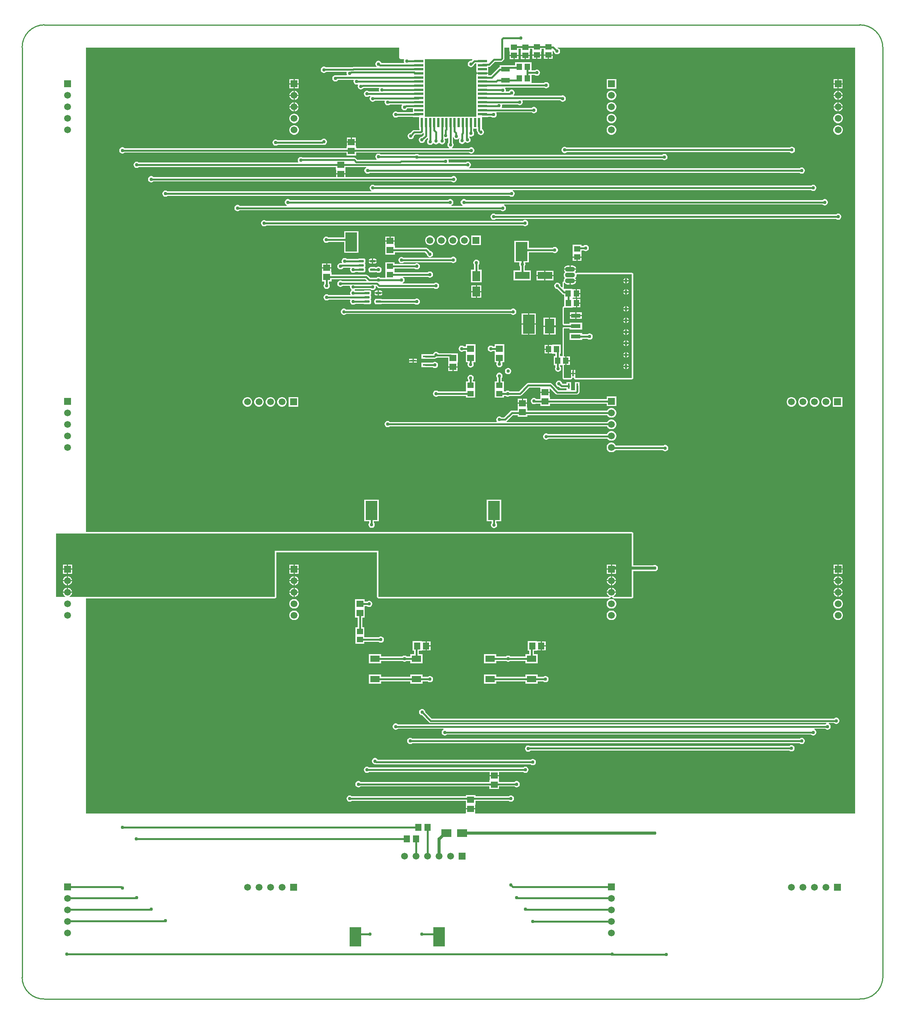
<source format=gtl>
G04*
G04 #@! TF.GenerationSoftware,Altium Limited,Altium Designer,21.0.9 (235)*
G04*
G04 Layer_Physical_Order=1*
G04 Layer_Color=255*
%FSLAX25Y25*%
%MOIN*%
G70*
G04*
G04 #@! TF.SameCoordinates,9EEF2FA0-A7D9-48CE-A635-C582822CA6DE*
G04*
G04*
G04 #@! TF.FilePolarity,Positive*
G04*
G01*
G75*
%ADD13C,0.01000*%
G04:AMPARAMS|DCode=17|XSize=47.64mil|YSize=23.23mil|CornerRadius=5.81mil|HoleSize=0mil|Usage=FLASHONLY|Rotation=0.000|XOffset=0mil|YOffset=0mil|HoleType=Round|Shape=RoundedRectangle|*
%AMROUNDEDRECTD17*
21,1,0.04764,0.01161,0,0,0.0*
21,1,0.03602,0.02323,0,0,0.0*
1,1,0.01161,0.01801,-0.00581*
1,1,0.01161,-0.01801,-0.00581*
1,1,0.01161,-0.01801,0.00581*
1,1,0.01161,0.01801,0.00581*
%
%ADD17ROUNDEDRECTD17*%
%ADD18R,0.07480X0.04331*%
%ADD19R,0.04724X0.05512*%
%ADD20R,0.05512X0.05906*%
%ADD21R,0.08700X0.06700*%
%ADD22R,0.10236X0.16535*%
%ADD23R,0.08465X0.03740*%
%ADD24R,0.08465X0.12795*%
%ADD25R,0.12598X0.06299*%
%ADD26R,0.05512X0.04724*%
%ADD27R,0.05906X0.05512*%
%ADD28R,0.06700X0.08700*%
%ADD29R,0.01600X0.04550*%
%ADD30R,0.08000X0.02402*%
%ADD31R,0.02402X0.08000*%
%ADD32R,0.04550X0.01600*%
%ADD33R,0.08268X0.05512*%
%ADD48C,0.01500*%
%ADD49C,0.02500*%
%ADD50R,0.05906X0.05906*%
%ADD51C,0.05906*%
%ADD52O,0.08661X0.04331*%
%ADD53R,0.05906X0.05906*%
%ADD54C,0.03000*%
G36*
X328028Y826772D02*
Y817992D01*
X328122Y817524D01*
X328387Y817127D01*
X328784Y816862D01*
X329252Y816769D01*
X331987D01*
X332275Y816269D01*
X332144Y816042D01*
X331961Y815355D01*
Y814645D01*
X332144Y813958D01*
X332191Y813878D01*
X331941Y813445D01*
X312542D01*
X312516Y813542D01*
X312160Y814158D01*
X311658Y814660D01*
X311042Y815016D01*
X310355Y815200D01*
X309645D01*
X308958Y815016D01*
X308342Y814660D01*
X307839Y814158D01*
X307484Y813542D01*
X307300Y812856D01*
Y812144D01*
X307484Y811458D01*
X307839Y810842D01*
X308280Y810402D01*
X308235Y810145D01*
X308101Y809902D01*
X288319D01*
X287558Y809750D01*
X287356Y809615D01*
X264203D01*
X264158Y809661D01*
X263542Y810016D01*
X262856Y810200D01*
X262144D01*
X261458Y810016D01*
X260842Y809661D01*
X260339Y809158D01*
X259984Y808542D01*
X259800Y807856D01*
Y807145D01*
X259984Y806458D01*
X260339Y805842D01*
X260842Y805340D01*
X261458Y804984D01*
X262144Y804800D01*
X262856D01*
X263542Y804984D01*
X264158Y805340D01*
X264457Y805639D01*
X282125D01*
X282428Y805139D01*
X282300Y804661D01*
Y803950D01*
X282484Y803263D01*
X282516Y803209D01*
X282266Y802776D01*
X273693D01*
X273050Y802648D01*
X272855Y802700D01*
X272145D01*
X271458Y802516D01*
X270842Y802160D01*
X270339Y801658D01*
X269984Y801042D01*
X269800Y800356D01*
Y799645D01*
X269984Y798958D01*
X270339Y798342D01*
X270842Y797839D01*
X271458Y797484D01*
X272145Y797300D01*
X272855D01*
X273542Y797484D01*
X274158Y797839D01*
X274660Y798342D01*
X274924Y798799D01*
X288340D01*
X288590Y798366D01*
X288526Y798255D01*
X288342Y797568D01*
Y796857D01*
X288526Y796171D01*
X288882Y795555D01*
X289384Y795052D01*
X290000Y794697D01*
X290687Y794513D01*
X291398D01*
X291874Y794640D01*
X292204Y794211D01*
X292128Y794081D01*
X291945Y793394D01*
Y792683D01*
X292128Y791997D01*
X292484Y791381D01*
X292987Y790878D01*
X293602Y790523D01*
X294289Y790339D01*
X295000D01*
X295687Y790523D01*
X296302Y790878D01*
X296805Y791381D01*
X296996Y791713D01*
X310400D01*
X310689Y791213D01*
X310591Y791042D01*
X310407Y790355D01*
Y789644D01*
X310558Y789082D01*
X310297Y788582D01*
X301809D01*
X301658Y788733D01*
X301042Y789089D01*
X300356Y789273D01*
X299644D01*
X298958Y789089D01*
X298342Y788733D01*
X297839Y788230D01*
X297484Y787615D01*
X297300Y786928D01*
Y786217D01*
X297484Y785530D01*
X297839Y784915D01*
X298342Y784412D01*
X298958Y784057D01*
X299644Y783873D01*
X300356D01*
X301042Y784057D01*
X301658Y784412D01*
X301851Y784605D01*
X302654D01*
X302686Y784528D01*
X302809Y784105D01*
X302484Y783542D01*
X302300Y782856D01*
Y782144D01*
X302484Y781458D01*
X302839Y780842D01*
X303342Y780339D01*
X303958Y779984D01*
X304644Y779800D01*
X305356D01*
X306042Y779984D01*
X306658Y780339D01*
X307116Y780797D01*
X315325D01*
X315576Y780364D01*
X315521Y780270D01*
X315337Y779584D01*
Y778873D01*
X315521Y778186D01*
X315877Y777570D01*
X316380Y777068D01*
X316995Y776712D01*
X317682Y776528D01*
X318393D01*
X319080Y776712D01*
X319695Y777068D01*
X319998Y777370D01*
X330345D01*
X330552Y776870D01*
X330340Y776658D01*
X329984Y776042D01*
X329800Y775355D01*
Y774645D01*
X329984Y773958D01*
X330340Y773342D01*
X330842Y772839D01*
X331458Y772484D01*
X332144Y772300D01*
X332856D01*
X333542Y772484D01*
X334158Y772839D01*
X334661Y773342D01*
X335015Y773957D01*
X339800D01*
Y770701D01*
X326685D01*
X326658Y770728D01*
X326042Y771083D01*
X325356Y771267D01*
X324644D01*
X323958Y771083D01*
X323342Y770728D01*
X322839Y770225D01*
X322484Y769609D01*
X322300Y768923D01*
Y768212D01*
X322484Y767525D01*
X322839Y766910D01*
X323342Y766407D01*
X323958Y766051D01*
X324644Y765867D01*
X325356D01*
X326042Y766051D01*
X326658Y766407D01*
X326976Y766725D01*
X339800D01*
Y766458D01*
X345316D01*
Y756375D01*
X345484D01*
Y755161D01*
X341113D01*
X340352Y755010D01*
X339707Y754578D01*
X337713Y752584D01*
X337682D01*
X336995Y752400D01*
X336380Y752045D01*
X335877Y751542D01*
X335521Y750926D01*
X335337Y750240D01*
Y749529D01*
X335521Y748842D01*
X335877Y748226D01*
X336380Y747724D01*
X336995Y747368D01*
X337682Y747184D01*
X338393D01*
X339080Y747368D01*
X339695Y747724D01*
X340198Y748226D01*
X340553Y748842D01*
X340737Y749529D01*
Y749985D01*
X341936Y751184D01*
X346594D01*
X347355Y751336D01*
X348000Y751767D01*
X348772Y752539D01*
X349272Y752388D01*
Y750922D01*
X347605Y749255D01*
X347361D01*
X346674Y749071D01*
X346059Y748716D01*
X345556Y748213D01*
X345201Y747597D01*
X345017Y746911D01*
Y746200D01*
X345201Y745513D01*
X345556Y744897D01*
X346059Y744395D01*
X346674Y744039D01*
X347361Y743855D01*
X348072D01*
X348759Y744039D01*
X349374Y744395D01*
X349877Y744897D01*
X350233Y745513D01*
X350417Y746200D01*
Y746443D01*
X352345Y748372D01*
X352845Y748164D01*
Y746698D01*
X352702Y746555D01*
X352346Y745939D01*
X352163Y745253D01*
Y744542D01*
X352346Y743855D01*
X352702Y743239D01*
X353205Y742737D01*
X353820Y742381D01*
X354507Y742197D01*
X355218D01*
X355905Y742381D01*
X356520Y742737D01*
X357023Y743239D01*
X357320Y743754D01*
X357695Y743827D01*
X357884Y743810D01*
X358342Y743352D01*
X358958Y742997D01*
X359645Y742813D01*
X360355D01*
X361042Y742997D01*
X361658Y743352D01*
X362160Y743855D01*
X362327Y744144D01*
X362905D01*
X363071Y743855D01*
X363574Y743352D01*
X364190Y742997D01*
X364876Y742813D01*
X365587D01*
X366274Y742997D01*
X366890Y743352D01*
X367392Y743855D01*
X367748Y744471D01*
X367932Y745157D01*
Y745868D01*
X367748Y746555D01*
X367392Y747171D01*
X367399Y747267D01*
X367840Y747597D01*
X368034Y747545D01*
X368745D01*
X369432Y747729D01*
X370047Y748084D01*
X370071Y748108D01*
X370571Y747901D01*
Y744211D01*
X370399Y744039D01*
X370043Y743423D01*
X369859Y742737D01*
Y742026D01*
X370043Y741339D01*
X370399Y740723D01*
X370901Y740221D01*
X371304Y739988D01*
X371170Y739488D01*
X290946D01*
X290593Y739842D01*
X290593Y740861D01*
X290392Y741278D01*
Y741361D01*
Y744279D01*
X286440D01*
X282487D01*
Y741278D01*
X282287Y740861D01*
X282287Y740606D01*
Y739488D01*
X89330D01*
X89158Y739661D01*
X88542Y740016D01*
X87855Y740200D01*
X87145D01*
X86458Y740016D01*
X85842Y739661D01*
X85339Y739158D01*
X84984Y738542D01*
X84800Y737855D01*
Y737145D01*
X84984Y736458D01*
X85339Y735842D01*
X85842Y735339D01*
X86458Y734984D01*
X87145Y734800D01*
X87855D01*
X88542Y734984D01*
X89158Y735339D01*
X89330Y735512D01*
X282287D01*
Y732949D01*
X290593D01*
Y735512D01*
X388707D01*
X388880Y735339D01*
X389495Y734984D01*
X390182Y734800D01*
X390893D01*
X391580Y734984D01*
X392195Y735339D01*
X392698Y735842D01*
X393053Y736458D01*
X393237Y737145D01*
Y737855D01*
X393053Y738542D01*
X392698Y739158D01*
X392195Y739661D01*
X391580Y740016D01*
X390893Y740200D01*
X390182D01*
X389495Y740016D01*
X388880Y739661D01*
X388707Y739488D01*
X373948D01*
X373814Y739988D01*
X374217Y740221D01*
X374720Y740723D01*
X375075Y741339D01*
X375259Y742026D01*
Y742737D01*
X375075Y743423D01*
X374720Y744039D01*
X374547Y744211D01*
Y749047D01*
X375047Y749113D01*
X375184Y748602D01*
X375539Y747987D01*
X376042Y747484D01*
X376658Y747128D01*
X377344Y746945D01*
X378056D01*
X378742Y747128D01*
X379358Y747484D01*
X379860Y747987D01*
X379897Y748050D01*
X380415Y747947D01*
X380454Y747641D01*
X380340Y747526D01*
X379984Y746911D01*
X379800Y746224D01*
Y745513D01*
X379984Y744826D01*
X380340Y744211D01*
X380842Y743708D01*
X381458Y743352D01*
X382144Y743168D01*
X382856D01*
X383542Y743352D01*
X384158Y743708D01*
X384661Y744211D01*
X384899Y744624D01*
X385413Y744744D01*
X385506Y744725D01*
X385620Y744611D01*
X386235Y744256D01*
X386922Y744072D01*
X387633D01*
X388320Y744256D01*
X388935Y744611D01*
X389438Y745114D01*
X389794Y745729D01*
X389978Y746416D01*
Y747127D01*
X389794Y747814D01*
X389438Y748429D01*
X388935Y748932D01*
X388808Y749006D01*
Y749457D01*
X389224Y749697D01*
X389273Y749669D01*
X389960Y749485D01*
X390670D01*
X391357Y749669D01*
X391973Y750024D01*
X392476Y750527D01*
X392831Y751143D01*
X393015Y751829D01*
Y752540D01*
X392831Y753227D01*
X392476Y753843D01*
X392303Y754015D01*
Y756375D01*
X395413D01*
Y754792D01*
X395565Y754031D01*
X395996Y753386D01*
X396138Y753244D01*
Y753000D01*
X396322Y752314D01*
X396677Y751698D01*
X397180Y751195D01*
X397796Y750840D01*
X398482Y750656D01*
X399193D01*
X399880Y750840D01*
X400496Y751195D01*
X400998Y751698D01*
X401354Y752314D01*
X401538Y753000D01*
Y753711D01*
X401354Y754398D01*
X400998Y755014D01*
X400496Y755516D01*
X399880Y755872D01*
X399829Y755886D01*
X399802Y756375D01*
X399802D01*
Y766458D01*
X405318D01*
Y766725D01*
X408024D01*
X408342Y766407D01*
X408958Y766051D01*
X409645Y765867D01*
X410356D01*
X411042Y766051D01*
X411658Y766407D01*
X412160Y766910D01*
X412516Y767525D01*
X412700Y768212D01*
Y768923D01*
X412516Y769609D01*
X412284Y770012D01*
X412546Y770512D01*
X443170D01*
X443342Y770339D01*
X443958Y769984D01*
X444644Y769800D01*
X445356D01*
X446042Y769984D01*
X446658Y770339D01*
X447160Y770842D01*
X447516Y771458D01*
X447700Y772145D01*
Y772856D01*
X447516Y773542D01*
X447160Y774158D01*
X446658Y774660D01*
X446042Y775016D01*
X445356Y775200D01*
X444644D01*
X443958Y775016D01*
X443342Y774660D01*
X443170Y774488D01*
X417285D01*
X416996Y774988D01*
X417156Y775265D01*
X417340Y775952D01*
Y776663D01*
X417250Y777000D01*
X417623Y777500D01*
X430644D01*
X430842Y777302D01*
X431458Y776947D01*
X432144Y776763D01*
X432856D01*
X433542Y776947D01*
X434158Y777302D01*
X434660Y777805D01*
X435016Y778420D01*
X435200Y779107D01*
Y779818D01*
X435016Y780505D01*
X434932Y780650D01*
X435182Y781083D01*
X467696D01*
X467703Y781078D01*
X467839Y780842D01*
X468342Y780339D01*
X468958Y779984D01*
X469644Y779800D01*
X470356D01*
X471042Y779984D01*
X471658Y780339D01*
X472160Y780842D01*
X472516Y781458D01*
X472700Y782144D01*
Y782856D01*
X472516Y783542D01*
X472160Y784158D01*
X471658Y784660D01*
X471042Y785016D01*
X470356Y785200D01*
X469644D01*
X468958Y785016D01*
X468863Y784961D01*
X468371Y785059D01*
X427622D01*
X427415Y785559D01*
X427698Y785842D01*
X428053Y786458D01*
X428237Y787145D01*
Y787855D01*
X428053Y788542D01*
X427698Y789158D01*
X427195Y789661D01*
X426580Y790016D01*
X425893Y790200D01*
X425182D01*
X424495Y790016D01*
X423880Y789661D01*
X423377Y789158D01*
X423056Y788602D01*
X420834D01*
X420464Y789102D01*
X420555Y789444D01*
Y790156D01*
X420371Y790842D01*
X420047Y791404D01*
X420177Y791847D01*
X420201Y791904D01*
X454067D01*
X454650Y791567D01*
X455337Y791383D01*
X456048D01*
X456735Y791567D01*
X457350Y791923D01*
X457853Y792425D01*
X458209Y793041D01*
X458392Y793728D01*
Y794439D01*
X458209Y795125D01*
X457853Y795741D01*
X457350Y796244D01*
X456735Y796599D01*
X456048Y796783D01*
X455337D01*
X454650Y796599D01*
X454035Y796244D01*
X453671Y795880D01*
X443288D01*
X442856Y796044D01*
Y803012D01*
X445540D01*
X445842Y802709D01*
X446458Y802354D01*
X447145Y802170D01*
X447856D01*
X448542Y802354D01*
X449158Y802709D01*
X449660Y803212D01*
X450016Y803828D01*
X450200Y804515D01*
Y805225D01*
X450016Y805912D01*
X449660Y806528D01*
X449158Y807031D01*
X448542Y807386D01*
X447856Y807570D01*
X447145D01*
X446458Y807386D01*
X445842Y807031D01*
X445800Y806988D01*
X442856D01*
Y813956D01*
X428645D01*
Y811279D01*
X425312D01*
Y811475D01*
X415431D01*
Y809743D01*
X415260D01*
X414499Y809592D01*
X413854Y809161D01*
X407469Y802776D01*
X405318D01*
Y803188D01*
X405118D01*
Y803870D01*
X395118D01*
Y803188D01*
X394918D01*
Y798387D01*
Y794843D01*
Y791300D01*
Y787757D01*
Y784213D01*
Y780670D01*
Y777087D01*
Y773544D01*
Y770001D01*
Y766775D01*
X350200D01*
Y770001D01*
Y773544D01*
Y777087D01*
Y780670D01*
Y784213D01*
Y787757D01*
Y791300D01*
Y794843D01*
Y798387D01*
Y801969D01*
Y805513D01*
Y809056D01*
Y812599D01*
Y816769D01*
X391433D01*
X391627Y816269D01*
X390558Y815199D01*
X390556Y815200D01*
X389844D01*
X389158Y815016D01*
X388542Y814660D01*
X388039Y814158D01*
X387684Y813542D01*
X387500Y812856D01*
Y812144D01*
X387684Y811458D01*
X388039Y810842D01*
X388542Y810340D01*
X389158Y809984D01*
X389844Y809800D01*
X390556D01*
X391242Y809984D01*
X391858Y810340D01*
X392360Y810842D01*
X392716Y811458D01*
X392817Y811835D01*
X393994Y813012D01*
X394918D01*
Y809056D01*
Y805513D01*
X395118D01*
Y804870D01*
X405118D01*
Y805513D01*
X405318D01*
Y809919D01*
X405865D01*
X406626Y810071D01*
X407271Y810502D01*
X411050Y814280D01*
X416317D01*
X417078Y814432D01*
X417723Y814863D01*
X418810Y815949D01*
X419240Y816595D01*
X419392Y817355D01*
Y826772D01*
X423742D01*
X423742Y823524D01*
X423942Y823107D01*
Y823024D01*
Y820500D01*
X431454D01*
Y823107D01*
X431654Y823524D01*
X431654Y823779D01*
Y825512D01*
X433544D01*
X433544Y823505D01*
X433744Y823088D01*
Y823005D01*
Y820481D01*
X441256D01*
Y823088D01*
X441456Y823505D01*
X441456Y823760D01*
Y825512D01*
X443190D01*
X443544Y825158D01*
X443544Y823760D01*
X443744Y823343D01*
Y823260D01*
Y820736D01*
X451256D01*
Y823343D01*
X451456Y823760D01*
X451456Y824015D01*
Y825512D01*
X453544D01*
X453544Y823742D01*
X453744Y823324D01*
Y823242D01*
Y820717D01*
X461256D01*
Y823324D01*
X461417Y823660D01*
X461921Y823791D01*
X462281Y823432D01*
Y823188D01*
X462465Y822501D01*
X462821Y821885D01*
X463323Y821383D01*
X463939Y821027D01*
X464626Y820843D01*
X465337D01*
X466023Y821027D01*
X466639Y821383D01*
X467142Y821885D01*
X467497Y822501D01*
X467681Y823188D01*
Y823899D01*
X467497Y824586D01*
X467142Y825201D01*
X466639Y825704D01*
X466023Y826059D01*
X465520Y826194D01*
X465467Y826272D01*
X465732Y826772D01*
X724000Y826772D01*
Y162083D01*
X394360D01*
X393953Y162307D01*
X393953Y162583D01*
Y165563D01*
X386047D01*
Y162583D01*
X385640Y162083D01*
X56000D01*
Y348777D01*
X220000D01*
X220468Y348870D01*
X220865Y349135D01*
X221130Y349532D01*
X221223Y350000D01*
Y388776D01*
X308776D01*
Y350000D01*
X308870Y349532D01*
X309135Y349135D01*
X309532Y348870D01*
X310000Y348777D01*
X510361D01*
X510440Y348792D01*
X510521Y348787D01*
X510672Y348838D01*
X510829Y348870D01*
X510896Y348915D01*
X510973Y348940D01*
X511093Y349046D01*
X511226Y349135D01*
X511271Y349202D01*
X511332Y349255D01*
X511402Y349399D01*
X511491Y349532D01*
X511764Y349863D01*
X512858D01*
X513131Y349532D01*
X513220Y349399D01*
X513290Y349255D01*
X513351Y349202D01*
X513396Y349135D01*
X513529Y349046D01*
X513649Y348940D01*
X513726Y348915D01*
X513793Y348870D01*
X513950Y348838D01*
X514101Y348787D01*
X514182Y348792D01*
X514261Y348777D01*
X530000D01*
X530468Y348870D01*
X530865Y349135D01*
X531130Y349532D01*
X531223Y350000D01*
Y372406D01*
X549248D01*
X549645Y372300D01*
X550355D01*
X551042Y372484D01*
X551658Y372839D01*
X552161Y373342D01*
X552516Y373958D01*
X552700Y374644D01*
Y375356D01*
X552516Y376042D01*
X552161Y376658D01*
X551658Y377161D01*
X551042Y377516D01*
X550355Y377700D01*
X549645D01*
X548958Y377516D01*
X548761Y377402D01*
X531223D01*
Y405000D01*
X531130Y405468D01*
X530865Y405865D01*
X530468Y406130D01*
X530000Y406223D01*
X56000D01*
Y826772D01*
X328028Y826772D01*
D02*
G37*
G36*
X530000Y350000D02*
X514261D01*
X514127Y350500D01*
X514738Y350853D01*
X515474Y351589D01*
X515994Y352490D01*
X516264Y353495D01*
Y353516D01*
X512311D01*
X508358D01*
Y353495D01*
X508628Y352490D01*
X509148Y351589D01*
X509884Y350853D01*
X510495Y350500D01*
X510361Y350000D01*
X310000D01*
Y390000D01*
X220000D01*
Y350000D01*
X41820D01*
X41686Y350500D01*
X42297Y350853D01*
X43033Y351589D01*
X43554Y352490D01*
X43823Y353495D01*
Y353516D01*
X39870D01*
X35917D01*
Y353495D01*
X36187Y352490D01*
X36707Y351589D01*
X37443Y350853D01*
X38054Y350500D01*
X37920Y350000D01*
X30000D01*
Y405000D01*
X530000D01*
Y350000D01*
D02*
G37*
%LPC*%
G36*
X451256Y819736D02*
X448000D01*
Y816874D01*
X451256D01*
Y819736D01*
D02*
G37*
G36*
X447000D02*
X443744D01*
Y816874D01*
X447000D01*
Y819736D01*
D02*
G37*
G36*
X461256Y819717D02*
X458000D01*
Y816855D01*
X461256D01*
Y819717D01*
D02*
G37*
G36*
X457000D02*
X453744D01*
Y816855D01*
X457000D01*
Y819717D01*
D02*
G37*
G36*
X431454Y819500D02*
X428198D01*
Y816638D01*
X431454D01*
Y819500D01*
D02*
G37*
G36*
X427198D02*
X423942D01*
Y816638D01*
X427198D01*
Y819500D01*
D02*
G37*
G36*
X441256Y819481D02*
X438000D01*
Y816619D01*
X441256D01*
Y819481D01*
D02*
G37*
G36*
X437000D02*
X433744D01*
Y816619D01*
X437000D01*
Y819481D01*
D02*
G37*
G36*
X240673Y799228D02*
X237220D01*
Y795776D01*
X240673D01*
Y799228D01*
D02*
G37*
G36*
X236220D02*
X232768D01*
Y795776D01*
X236220D01*
Y799228D01*
D02*
G37*
G36*
X713114D02*
X709661D01*
Y795776D01*
X713114D01*
Y799228D01*
D02*
G37*
G36*
X708661D02*
X705209D01*
Y795776D01*
X708661D01*
Y799228D01*
D02*
G37*
G36*
X713114Y794775D02*
X709661D01*
Y791323D01*
X713114D01*
Y794775D01*
D02*
G37*
G36*
X708661D02*
X705209D01*
Y791323D01*
X708661D01*
Y794775D01*
D02*
G37*
G36*
X240673Y794775D02*
X237220D01*
Y791323D01*
X240673D01*
Y794775D01*
D02*
G37*
G36*
X236220D02*
X232768D01*
Y791323D01*
X236220D01*
Y794775D01*
D02*
G37*
G36*
X516464Y799428D02*
X508158D01*
Y791123D01*
X516464D01*
Y799428D01*
D02*
G37*
G36*
X237241Y789228D02*
X237220D01*
Y785776D01*
X240673D01*
Y785796D01*
X240404Y786801D01*
X239883Y787703D01*
X239147Y788439D01*
X238246Y788959D01*
X237241Y789228D01*
D02*
G37*
G36*
X236220D02*
X236200D01*
X235195Y788959D01*
X234293Y788439D01*
X233558Y787703D01*
X233037Y786801D01*
X232768Y785796D01*
Y785776D01*
X236220D01*
Y789228D01*
D02*
G37*
G36*
X709682D02*
X709661D01*
Y785776D01*
X713114D01*
Y785796D01*
X712845Y786801D01*
X712324Y787703D01*
X711588Y788439D01*
X710687Y788959D01*
X709682Y789228D01*
D02*
G37*
G36*
X708661D02*
X708641D01*
X707636Y788959D01*
X706734Y788439D01*
X705998Y787703D01*
X705478Y786801D01*
X705209Y785796D01*
Y785776D01*
X708661D01*
Y789228D01*
D02*
G37*
G36*
X713114Y784775D02*
X709661D01*
Y781323D01*
X709682D01*
X710687Y781592D01*
X711588Y782113D01*
X712324Y782849D01*
X712845Y783750D01*
X713114Y784755D01*
Y784775D01*
D02*
G37*
G36*
X708661D02*
X705209D01*
Y784755D01*
X705478Y783750D01*
X705998Y782849D01*
X706734Y782113D01*
X707636Y781592D01*
X708641Y781323D01*
X708661D01*
Y784775D01*
D02*
G37*
G36*
X240673Y784775D02*
X237220D01*
Y781323D01*
X237241D01*
X238246Y781592D01*
X239147Y782113D01*
X239883Y782849D01*
X240404Y783750D01*
X240673Y784755D01*
Y784775D01*
D02*
G37*
G36*
X236220D02*
X232768D01*
Y784755D01*
X233037Y783750D01*
X233558Y782849D01*
X234293Y782113D01*
X235195Y781592D01*
X236200Y781323D01*
X236220D01*
Y784775D01*
D02*
G37*
G36*
X512858Y789428D02*
X511764D01*
X510708Y789145D01*
X509761Y788599D01*
X508988Y787825D01*
X508441Y786878D01*
X508158Y785822D01*
Y784729D01*
X508441Y783673D01*
X508988Y782726D01*
X509761Y781953D01*
X510708Y781406D01*
X511764Y781123D01*
X512858D01*
X513914Y781406D01*
X514861Y781953D01*
X515634Y782726D01*
X516181Y783673D01*
X516464Y784729D01*
Y785822D01*
X516181Y786878D01*
X515634Y787825D01*
X514861Y788599D01*
X513914Y789145D01*
X512858Y789428D01*
D02*
G37*
G36*
X237241Y779228D02*
X237220D01*
Y775775D01*
X240673D01*
Y775796D01*
X240404Y776801D01*
X239883Y777703D01*
X239147Y778439D01*
X238246Y778959D01*
X237241Y779228D01*
D02*
G37*
G36*
X236220D02*
X236200D01*
X235195Y778959D01*
X234293Y778439D01*
X233558Y777703D01*
X233037Y776801D01*
X232768Y775796D01*
Y775775D01*
X236220D01*
Y779228D01*
D02*
G37*
G36*
X709682D02*
X709661D01*
Y775775D01*
X713114D01*
Y775796D01*
X712845Y776801D01*
X712324Y777703D01*
X711588Y778439D01*
X710687Y778959D01*
X709682Y779228D01*
D02*
G37*
G36*
X708661D02*
X708641D01*
X707636Y778959D01*
X706734Y778439D01*
X705998Y777703D01*
X705478Y776801D01*
X705209Y775796D01*
Y775775D01*
X708661D01*
Y779228D01*
D02*
G37*
G36*
X713114Y774776D02*
X709661D01*
Y771323D01*
X709682D01*
X710687Y771592D01*
X711588Y772113D01*
X712324Y772849D01*
X712845Y773750D01*
X713114Y774755D01*
Y774776D01*
D02*
G37*
G36*
X708661D02*
X705209D01*
Y774755D01*
X705478Y773750D01*
X705998Y772849D01*
X706734Y772113D01*
X707636Y771592D01*
X708641Y771323D01*
X708661D01*
Y774776D01*
D02*
G37*
G36*
X240673Y774776D02*
X237220D01*
Y771323D01*
X237241D01*
X238246Y771592D01*
X239147Y772113D01*
X239883Y772849D01*
X240404Y773750D01*
X240673Y774755D01*
Y774776D01*
D02*
G37*
G36*
X236220D02*
X232768D01*
Y774755D01*
X233037Y773750D01*
X233558Y772849D01*
X234293Y772113D01*
X235195Y771592D01*
X236200Y771323D01*
X236220D01*
Y774776D01*
D02*
G37*
G36*
X512858Y779428D02*
X511764D01*
X510708Y779145D01*
X509761Y778599D01*
X508988Y777825D01*
X508441Y776878D01*
X508158Y775822D01*
Y774729D01*
X508441Y773673D01*
X508988Y772726D01*
X509761Y771953D01*
X510708Y771406D01*
X511764Y771123D01*
X512858D01*
X513914Y771406D01*
X514861Y771953D01*
X515634Y772726D01*
X516181Y773673D01*
X516464Y774729D01*
Y775822D01*
X516181Y776878D01*
X515634Y777825D01*
X514861Y778599D01*
X513914Y779145D01*
X512858Y779428D01*
D02*
G37*
G36*
X709708Y769428D02*
X708615D01*
X707558Y769145D01*
X706612Y768599D01*
X705838Y767825D01*
X705292Y766879D01*
X705009Y765822D01*
Y764729D01*
X705292Y763673D01*
X705838Y762726D01*
X706612Y761953D01*
X707558Y761406D01*
X708615Y761123D01*
X709708D01*
X710764Y761406D01*
X711711Y761953D01*
X712484Y762726D01*
X713031Y763673D01*
X713314Y764729D01*
Y765822D01*
X713031Y766879D01*
X712484Y767825D01*
X711711Y768599D01*
X710764Y769145D01*
X709708Y769428D01*
D02*
G37*
G36*
X512858D02*
X511764D01*
X510708Y769145D01*
X509761Y768599D01*
X508988Y767825D01*
X508441Y766879D01*
X508158Y765822D01*
Y764729D01*
X508441Y763673D01*
X508988Y762726D01*
X509761Y761953D01*
X510708Y761406D01*
X511764Y761123D01*
X512858D01*
X513914Y761406D01*
X514861Y761953D01*
X515634Y762726D01*
X516181Y763673D01*
X516464Y764729D01*
Y765822D01*
X516181Y766879D01*
X515634Y767825D01*
X514861Y768599D01*
X513914Y769145D01*
X512858Y769428D01*
D02*
G37*
G36*
X237267D02*
X236174D01*
X235118Y769145D01*
X234171Y768599D01*
X233397Y767825D01*
X232851Y766879D01*
X232568Y765822D01*
Y764729D01*
X232851Y763673D01*
X233397Y762726D01*
X234171Y761953D01*
X235118Y761406D01*
X236174Y761123D01*
X237267D01*
X238323Y761406D01*
X239270Y761953D01*
X240043Y762726D01*
X240590Y763673D01*
X240873Y764729D01*
Y765822D01*
X240590Y766879D01*
X240043Y767825D01*
X239270Y768599D01*
X238323Y769145D01*
X237267Y769428D01*
D02*
G37*
G36*
X709708Y759428D02*
X708615D01*
X707558Y759145D01*
X706612Y758599D01*
X705838Y757825D01*
X705292Y756879D01*
X705009Y755822D01*
Y754729D01*
X705292Y753673D01*
X705838Y752726D01*
X706612Y751953D01*
X707558Y751406D01*
X708615Y751123D01*
X709708D01*
X710764Y751406D01*
X711711Y751953D01*
X712484Y752726D01*
X713031Y753673D01*
X713314Y754729D01*
Y755822D01*
X713031Y756879D01*
X712484Y757825D01*
X711711Y758599D01*
X710764Y759145D01*
X709708Y759428D01*
D02*
G37*
G36*
X512858D02*
X511764D01*
X510708Y759145D01*
X509761Y758599D01*
X508988Y757825D01*
X508441Y756879D01*
X508158Y755822D01*
Y754729D01*
X508441Y753673D01*
X508988Y752726D01*
X509761Y751953D01*
X510708Y751406D01*
X511764Y751123D01*
X512858D01*
X513914Y751406D01*
X514861Y751953D01*
X515634Y752726D01*
X516181Y753673D01*
X516464Y754729D01*
Y755822D01*
X516181Y756879D01*
X515634Y757825D01*
X514861Y758599D01*
X513914Y759145D01*
X512858Y759428D01*
D02*
G37*
G36*
X237267D02*
X236174D01*
X235118Y759145D01*
X234171Y758599D01*
X233397Y757825D01*
X232851Y756879D01*
X232568Y755822D01*
Y754729D01*
X232851Y753673D01*
X233397Y752726D01*
X234171Y751953D01*
X235118Y751406D01*
X236174Y751123D01*
X237267D01*
X238323Y751406D01*
X239270Y751953D01*
X240043Y752726D01*
X240590Y753673D01*
X240873Y754729D01*
Y755822D01*
X240590Y756879D01*
X240043Y757825D01*
X239270Y758599D01*
X238323Y759145D01*
X237267Y759428D01*
D02*
G37*
G36*
X262856Y747700D02*
X262144D01*
X261458Y747516D01*
X260842Y747160D01*
X260339Y746658D01*
X260120Y746278D01*
X222541D01*
X222368Y746450D01*
X221753Y746805D01*
X221066Y746989D01*
X220355D01*
X219668Y746805D01*
X219053Y746450D01*
X218550Y745947D01*
X218195Y745331D01*
X218011Y744645D01*
Y743934D01*
X218195Y743247D01*
X218550Y742631D01*
X219053Y742129D01*
X219668Y741773D01*
X220355Y741589D01*
X221066D01*
X221753Y741773D01*
X222368Y742129D01*
X222541Y742301D01*
X261384D01*
X261818Y742388D01*
X262144Y742300D01*
X262856D01*
X263542Y742484D01*
X264158Y742839D01*
X264661Y743342D01*
X265016Y743958D01*
X265200Y744644D01*
Y745356D01*
X265016Y746042D01*
X264661Y746658D01*
X264158Y747160D01*
X263542Y747516D01*
X262856Y747700D01*
D02*
G37*
G36*
X290392Y748535D02*
X286940D01*
Y745279D01*
X290392D01*
Y748535D01*
D02*
G37*
G36*
X285940D02*
X282487D01*
Y745279D01*
X285940D01*
Y748535D01*
D02*
G37*
G36*
X669372Y740555D02*
X668661D01*
X667975Y740372D01*
X667359Y740016D01*
X667187Y739844D01*
X473488D01*
X473316Y740016D01*
X472700Y740372D01*
X472013Y740555D01*
X471302D01*
X470616Y740372D01*
X470000Y740016D01*
X469497Y739513D01*
X469142Y738898D01*
X468958Y738211D01*
Y737500D01*
X469142Y736813D01*
X469497Y736198D01*
X470000Y735695D01*
X470616Y735339D01*
X471302Y735155D01*
X472013D01*
X472700Y735339D01*
X473316Y735695D01*
X473488Y735867D01*
X667187D01*
X667359Y735695D01*
X667975Y735339D01*
X668661Y735155D01*
X669372D01*
X670059Y735339D01*
X670675Y735695D01*
X671177Y736198D01*
X671533Y736813D01*
X671717Y737500D01*
Y738211D01*
X671533Y738898D01*
X671177Y739513D01*
X670675Y740016D01*
X670059Y740372D01*
X669372Y740555D01*
D02*
G37*
G36*
X310425Y734762D02*
X309714D01*
X309027Y734578D01*
X308411Y734223D01*
X307909Y733720D01*
X307553Y733105D01*
X307369Y732418D01*
Y731707D01*
X307553Y731020D01*
X307909Y730405D01*
X308325Y729988D01*
X308238Y729631D01*
X308147Y729488D01*
X291565D01*
X290354Y730699D01*
X289709Y731130D01*
X288949Y731282D01*
X243992D01*
X243542Y731541D01*
X242856Y731725D01*
X242144D01*
X241458Y731541D01*
X240842Y731185D01*
X240339Y730683D01*
X239984Y730067D01*
X239800Y729381D01*
Y728670D01*
X239984Y727983D01*
X240270Y727488D01*
X240074Y726988D01*
X101830D01*
X101658Y727161D01*
X101042Y727516D01*
X100356Y727700D01*
X99645D01*
X98958Y727516D01*
X98342Y727161D01*
X97839Y726658D01*
X97484Y726042D01*
X97300Y725355D01*
Y724645D01*
X97484Y723958D01*
X97839Y723342D01*
X98342Y722839D01*
X98958Y722484D01*
X99645Y722300D01*
X100356D01*
X101042Y722484D01*
X101658Y722839D01*
X101830Y723012D01*
X273078D01*
X273078Y721044D01*
X273278Y720627D01*
Y717626D01*
X281184D01*
Y720627D01*
X281384Y721044D01*
X281384Y721299D01*
Y723012D01*
X299340D01*
X299422Y722516D01*
X298806Y722160D01*
X298303Y721658D01*
X297948Y721042D01*
X297764Y720356D01*
Y719644D01*
X297948Y718958D01*
X298303Y718342D01*
X298806Y717839D01*
X299422Y717484D01*
X300108Y717300D01*
X300819D01*
X301506Y717484D01*
X302121Y717839D01*
X302294Y718012D01*
X675670D01*
X675842Y717839D01*
X676458Y717484D01*
X677144Y717300D01*
X677855D01*
X678542Y717484D01*
X679158Y717839D01*
X679661Y718342D01*
X680016Y718958D01*
X680200Y719644D01*
Y720356D01*
X680016Y721042D01*
X679661Y721658D01*
X679158Y722160D01*
X678542Y722516D01*
X677855Y722700D01*
X677144D01*
X676458Y722516D01*
X675842Y722160D01*
X675670Y721988D01*
X388624D01*
X388542Y722484D01*
X389158Y722839D01*
X389661Y723342D01*
X390016Y723958D01*
X390200Y724645D01*
Y725355D01*
X390016Y726042D01*
X389661Y726658D01*
X389158Y727161D01*
X388542Y727516D01*
X387856Y727700D01*
X387144D01*
X386458Y727516D01*
X385842Y727161D01*
X385670Y726988D01*
X371301D01*
X370917Y727488D01*
X370969Y727682D01*
Y728393D01*
X370785Y729080D01*
X370694Y729237D01*
X370983Y729737D01*
X556445D01*
X556617Y729565D01*
X557233Y729209D01*
X557920Y729025D01*
X558631D01*
X559317Y729209D01*
X559933Y729565D01*
X560435Y730067D01*
X560791Y730683D01*
X560975Y731369D01*
Y732081D01*
X560791Y732767D01*
X560435Y733383D01*
X559933Y733885D01*
X559317Y734241D01*
X558631Y734425D01*
X557920D01*
X557233Y734241D01*
X556617Y733885D01*
X556445Y733713D01*
X345105D01*
X344933Y733885D01*
X344317Y734241D01*
X343631Y734425D01*
X342919D01*
X342233Y734241D01*
X341617Y733885D01*
X341614Y733882D01*
X312068D01*
X311727Y734223D01*
X311111Y734578D01*
X310425Y734762D01*
D02*
G37*
G36*
X281184Y716626D02*
X273278D01*
Y714488D01*
X114330D01*
X114158Y714661D01*
X113542Y715016D01*
X112856Y715200D01*
X112144D01*
X111458Y715016D01*
X110842Y714661D01*
X110339Y714158D01*
X109984Y713542D01*
X109800Y712855D01*
Y712145D01*
X109984Y711458D01*
X110339Y710842D01*
X110842Y710339D01*
X111458Y709984D01*
X112144Y709800D01*
X112856D01*
X113542Y709984D01*
X114158Y710339D01*
X114330Y710512D01*
X373402D01*
X373574Y710339D01*
X374190Y709984D01*
X374876Y709800D01*
X375587D01*
X376274Y709984D01*
X376890Y710339D01*
X377392Y710842D01*
X377748Y711458D01*
X377932Y712145D01*
Y712855D01*
X377748Y713542D01*
X377392Y714158D01*
X376890Y714661D01*
X376274Y715016D01*
X375587Y715200D01*
X374876D01*
X374190Y715016D01*
X373574Y714661D01*
X373402Y714488D01*
X281184D01*
Y716626D01*
D02*
G37*
G36*
X687855Y707700D02*
X687145D01*
X686458Y707516D01*
X685842Y707161D01*
X685670Y706988D01*
X306830D01*
X306658Y707161D01*
X306042Y707516D01*
X305356Y707700D01*
X304644D01*
X303958Y707516D01*
X303342Y707161D01*
X302839Y706658D01*
X302484Y706042D01*
X302300Y705356D01*
Y704644D01*
X302484Y703958D01*
X302839Y703342D01*
X303342Y702840D01*
X303958Y702484D01*
X303876Y701988D01*
X126830D01*
X126658Y702161D01*
X126042Y702516D01*
X125356Y702700D01*
X124644D01*
X123958Y702516D01*
X123342Y702161D01*
X122839Y701658D01*
X122484Y701042D01*
X122300Y700355D01*
Y699645D01*
X122484Y698958D01*
X122839Y698342D01*
X123342Y697839D01*
X123958Y697484D01*
X124644Y697300D01*
X125356D01*
X126042Y697484D01*
X126658Y697839D01*
X126830Y698012D01*
X423707D01*
X423880Y697839D01*
X424495Y697484D01*
X425182Y697300D01*
X425893D01*
X426580Y697484D01*
X427195Y697839D01*
X427698Y698342D01*
X428053Y698958D01*
X428237Y699645D01*
Y700355D01*
X428053Y701042D01*
X427698Y701658D01*
X427195Y702161D01*
X426580Y702516D01*
X426661Y703012D01*
X685670D01*
X685842Y702840D01*
X686458Y702484D01*
X687145Y702300D01*
X687855D01*
X688542Y702484D01*
X689158Y702840D01*
X689661Y703342D01*
X690016Y703958D01*
X690200Y704644D01*
Y705356D01*
X690016Y706042D01*
X689661Y706658D01*
X689158Y707161D01*
X688542Y707516D01*
X687855Y707700D01*
D02*
G37*
G36*
X697856Y695200D02*
X697145D01*
X696458Y695016D01*
X695842Y694661D01*
X695670Y694488D01*
X385968D01*
X385796Y694661D01*
X385180Y695016D01*
X384494Y695200D01*
X383783D01*
X383096Y695016D01*
X382481Y694661D01*
X381978Y694158D01*
X381622Y693542D01*
X381438Y692856D01*
Y692144D01*
X381622Y691458D01*
X381978Y690842D01*
X382481Y690340D01*
X383096Y689984D01*
X383015Y689488D01*
X373528D01*
X373446Y689984D01*
X374062Y690340D01*
X374565Y690842D01*
X374920Y691458D01*
X375104Y692144D01*
Y692856D01*
X374920Y693542D01*
X374565Y694158D01*
X374062Y694661D01*
X373446Y695016D01*
X372760Y695200D01*
X372049D01*
X371362Y695016D01*
X370746Y694661D01*
X370574Y694488D01*
X233251D01*
X233079Y694661D01*
X232463Y695016D01*
X231777Y695200D01*
X231066D01*
X230379Y695016D01*
X229763Y694661D01*
X229261Y694158D01*
X228905Y693542D01*
X228721Y692856D01*
Y692144D01*
X228905Y691458D01*
X229261Y690842D01*
X229763Y690340D01*
X230379Y689984D01*
X230298Y689488D01*
X189330D01*
X189158Y689661D01*
X188542Y690016D01*
X187856Y690200D01*
X187144D01*
X186458Y690016D01*
X185842Y689661D01*
X185339Y689158D01*
X184984Y688542D01*
X184800Y687855D01*
Y687145D01*
X184984Y686458D01*
X185339Y685842D01*
X185842Y685339D01*
X186458Y684984D01*
X187144Y684800D01*
X187856D01*
X188542Y684984D01*
X189158Y685339D01*
X189330Y685512D01*
X416207D01*
X416380Y685339D01*
X416995Y684984D01*
X417682Y684800D01*
X418393D01*
X419080Y684984D01*
X419695Y685339D01*
X420198Y685842D01*
X420553Y686458D01*
X420737Y687145D01*
Y687855D01*
X420553Y688542D01*
X420198Y689158D01*
X419695Y689661D01*
X419080Y690016D01*
X419161Y690512D01*
X695670D01*
X695842Y690340D01*
X696458Y689984D01*
X697145Y689800D01*
X697856D01*
X698542Y689984D01*
X699158Y690340D01*
X699660Y690842D01*
X700016Y691458D01*
X700200Y692144D01*
Y692856D01*
X700016Y693542D01*
X699660Y694158D01*
X699158Y694661D01*
X698542Y695016D01*
X697856Y695200D01*
D02*
G37*
G36*
X709517Y682700D02*
X708806D01*
X708119Y682516D01*
X707504Y682161D01*
X707331Y681988D01*
X411830D01*
X411658Y682161D01*
X411042Y682516D01*
X410356Y682700D01*
X409645D01*
X408958Y682516D01*
X408342Y682161D01*
X407839Y681658D01*
X407484Y681042D01*
X407300Y680356D01*
Y679644D01*
X407484Y678958D01*
X407839Y678342D01*
X408342Y677840D01*
X408958Y677484D01*
X409645Y677300D01*
X410356D01*
X411042Y677484D01*
X411658Y677840D01*
X411830Y678012D01*
X707331D01*
X707504Y677840D01*
X708119Y677484D01*
X708806Y677300D01*
X709517D01*
X710204Y677484D01*
X710819Y677840D01*
X711322Y678342D01*
X711677Y678958D01*
X711861Y679644D01*
Y680356D01*
X711677Y681042D01*
X711322Y681658D01*
X710819Y682161D01*
X710204Y682516D01*
X709517Y682700D01*
D02*
G37*
G36*
X437668Y677200D02*
X436957D01*
X436270Y677016D01*
X435655Y676660D01*
X435272Y676278D01*
X212541D01*
X212368Y676450D01*
X211753Y676805D01*
X211066Y676989D01*
X210355D01*
X209668Y676805D01*
X209053Y676450D01*
X208550Y675947D01*
X208195Y675331D01*
X208011Y674645D01*
Y673934D01*
X208195Y673247D01*
X208550Y672632D01*
X209053Y672129D01*
X209668Y671773D01*
X210355Y671589D01*
X211066D01*
X211753Y671773D01*
X212368Y672129D01*
X212541Y672301D01*
X435721D01*
X436270Y671984D01*
X436957Y671800D01*
X437668D01*
X438355Y671984D01*
X438970Y672339D01*
X439473Y672842D01*
X439828Y673458D01*
X440012Y674145D01*
Y674856D01*
X439828Y675542D01*
X439473Y676158D01*
X438970Y676660D01*
X438355Y677016D01*
X437668Y677200D01*
D02*
G37*
G36*
X292758Y667475D02*
X280122D01*
Y661984D01*
X266535D01*
X266362Y662156D01*
X265747Y662511D01*
X265060Y662696D01*
X264349D01*
X263662Y662511D01*
X263047Y662156D01*
X262544Y661653D01*
X262189Y661038D01*
X262005Y660351D01*
Y659640D01*
X262189Y658953D01*
X262544Y658338D01*
X263047Y657835D01*
X263662Y657479D01*
X264349Y657296D01*
X265060D01*
X265747Y657479D01*
X266362Y657835D01*
X266535Y658007D01*
X280122D01*
Y648540D01*
X292758D01*
Y667475D01*
D02*
G37*
G36*
X323953Y662693D02*
X320500D01*
Y659437D01*
X323953D01*
Y662693D01*
D02*
G37*
G36*
X319500D02*
X316047D01*
Y659437D01*
X319500D01*
Y662693D01*
D02*
G37*
G36*
X398838Y663602D02*
X390532D01*
Y655296D01*
X398838D01*
Y663602D01*
D02*
G37*
G36*
X385232D02*
X384138D01*
X383082Y663319D01*
X382135Y662772D01*
X381362Y661999D01*
X380815Y661052D01*
X380532Y659996D01*
Y658902D01*
X380815Y657846D01*
X381362Y656899D01*
X382135Y656126D01*
X383082Y655579D01*
X384138Y655296D01*
X385232D01*
X386288Y655579D01*
X387235Y656126D01*
X388008Y656899D01*
X388555Y657846D01*
X388838Y658902D01*
Y659996D01*
X388555Y661052D01*
X388008Y661999D01*
X387235Y662772D01*
X386288Y663319D01*
X385232Y663602D01*
D02*
G37*
G36*
X375232D02*
X374138D01*
X373082Y663319D01*
X372135Y662772D01*
X371362Y661999D01*
X370815Y661052D01*
X370532Y659996D01*
Y658902D01*
X370815Y657846D01*
X371362Y656899D01*
X372135Y656126D01*
X373082Y655579D01*
X374138Y655296D01*
X375232D01*
X376288Y655579D01*
X377235Y656126D01*
X378008Y656899D01*
X378555Y657846D01*
X378838Y658902D01*
Y659996D01*
X378555Y661052D01*
X378008Y661999D01*
X377235Y662772D01*
X376288Y663319D01*
X375232Y663602D01*
D02*
G37*
G36*
X365232D02*
X364138D01*
X363082Y663319D01*
X362135Y662772D01*
X361362Y661999D01*
X360815Y661052D01*
X360532Y659996D01*
Y658902D01*
X360815Y657846D01*
X361362Y656899D01*
X362135Y656126D01*
X363082Y655579D01*
X364138Y655296D01*
X365232D01*
X366288Y655579D01*
X367235Y656126D01*
X368008Y656899D01*
X368555Y657846D01*
X368838Y658902D01*
Y659996D01*
X368555Y661052D01*
X368008Y661999D01*
X367235Y662772D01*
X366288Y663319D01*
X365232Y663602D01*
D02*
G37*
G36*
X355232D02*
X354138D01*
X353082Y663319D01*
X352135Y662772D01*
X351362Y661999D01*
X350815Y661052D01*
X350532Y659996D01*
Y658902D01*
X350815Y657846D01*
X351362Y656899D01*
X352135Y656126D01*
X353082Y655579D01*
X354138Y655296D01*
X355232D01*
X356288Y655579D01*
X357235Y656126D01*
X358008Y656899D01*
X358555Y657846D01*
X358838Y658902D01*
Y659996D01*
X358555Y661052D01*
X358008Y661999D01*
X357235Y662772D01*
X356288Y663319D01*
X355232Y663602D01*
D02*
G37*
G36*
X486411Y655649D02*
X478499D01*
Y648779D01*
X478499Y648524D01*
X478699Y648107D01*
Y648024D01*
Y645500D01*
X486211D01*
Y648107D01*
X486411Y648524D01*
X486411Y648779D01*
Y650733D01*
X488170D01*
X488342Y650560D01*
X488958Y650205D01*
X489644Y650021D01*
X490355D01*
X491042Y650205D01*
X491658Y650560D01*
X492161Y651063D01*
X492516Y651679D01*
X492700Y652365D01*
Y653076D01*
X492516Y653763D01*
X492161Y654379D01*
X491658Y654881D01*
X491042Y655237D01*
X490355Y655421D01*
X489644D01*
X488958Y655237D01*
X488342Y654881D01*
X488170Y654709D01*
X486411D01*
Y655649D01*
D02*
G37*
G36*
X440527Y659118D02*
X427890D01*
Y640183D01*
X432179D01*
X432430Y639750D01*
X432381Y639665D01*
X432197Y638979D01*
Y638268D01*
X432381Y637581D01*
X432736Y636965D01*
X432909Y636793D01*
Y633230D01*
X427398D01*
Y624531D01*
X442396D01*
Y633230D01*
X436885D01*
Y636793D01*
X437057Y636965D01*
X437413Y637581D01*
X437597Y638268D01*
Y638979D01*
X437413Y639665D01*
X437364Y639750D01*
X437614Y640183D01*
X440527D01*
Y649075D01*
X461280D01*
X461452Y648903D01*
X462068Y648547D01*
X462755Y648363D01*
X463466D01*
X464152Y648547D01*
X464768Y648903D01*
X465271Y649405D01*
X465626Y650021D01*
X465810Y650707D01*
Y651418D01*
X465626Y652105D01*
X465271Y652721D01*
X464768Y653224D01*
X464152Y653579D01*
X463466Y653763D01*
X462755D01*
X462068Y653579D01*
X461452Y653224D01*
X461280Y653051D01*
X440527D01*
Y659118D01*
D02*
G37*
G36*
X323953Y658437D02*
X320000D01*
X316047D01*
Y655436D01*
X315847Y655019D01*
X315847Y654764D01*
Y647107D01*
X324153D01*
Y649075D01*
X350299D01*
X351985Y647388D01*
Y647145D01*
X352169Y646458D01*
X352524Y645842D01*
X353027Y645339D01*
X353643Y644984D01*
X354330Y644800D01*
X355041D01*
X355727Y644984D01*
X356343Y645339D01*
X356846Y645842D01*
X357201Y646458D01*
X357385Y647145D01*
Y647856D01*
X357201Y648542D01*
X356846Y649158D01*
X356343Y649660D01*
X355727Y650016D01*
X355041Y650200D01*
X354797D01*
X352528Y652469D01*
X351883Y652900D01*
X351122Y653051D01*
X324153D01*
X324153Y655019D01*
X323953Y655436D01*
Y655519D01*
Y658437D01*
D02*
G37*
G36*
X375356Y645200D02*
X374644D01*
X373958Y645016D01*
X373342Y644661D01*
X372931Y644249D01*
X331830D01*
X331658Y644422D01*
X331042Y644777D01*
X330356Y644961D01*
X329644D01*
X328958Y644777D01*
X328342Y644422D01*
X327839Y643919D01*
X327484Y643303D01*
X327300Y642617D01*
Y641906D01*
X327484Y641219D01*
X327839Y640603D01*
X328342Y640101D01*
X328958Y639745D01*
X329644Y639561D01*
X330356D01*
X331042Y639745D01*
X331658Y640101D01*
X331830Y640273D01*
X373457D01*
X373958Y639984D01*
X374644Y639800D01*
X375356D01*
X376042Y639984D01*
X376658Y640340D01*
X377161Y640842D01*
X377516Y641458D01*
X377700Y642144D01*
Y642856D01*
X377516Y643542D01*
X377161Y644158D01*
X376658Y644661D01*
X376042Y645016D01*
X375356Y645200D01*
D02*
G37*
G36*
X306742Y643582D02*
X305441D01*
Y641890D01*
X308354D01*
Y641971D01*
X308231Y642588D01*
X307882Y643111D01*
X307359Y643460D01*
X306742Y643582D01*
D02*
G37*
G36*
X304441D02*
X303140D01*
X302523Y643460D01*
X302000Y643111D01*
X301651Y642588D01*
X301528Y641971D01*
Y641890D01*
X304441D01*
Y643582D01*
D02*
G37*
G36*
X486211Y644500D02*
X482955D01*
Y641638D01*
X486211D01*
Y644500D01*
D02*
G37*
G36*
X481955D02*
X478699D01*
Y641638D01*
X481955D01*
Y644500D01*
D02*
G37*
G36*
X281017Y644090D02*
X280306D01*
X279619Y643906D01*
X279004Y643551D01*
X278501Y643048D01*
X278145Y642432D01*
X277961Y641746D01*
Y641035D01*
X278145Y640348D01*
X278267Y640138D01*
X278213Y639941D01*
X277994Y639611D01*
X277554Y639523D01*
X277318Y639587D01*
X276607D01*
X275920Y639403D01*
X275305Y639047D01*
X274802Y638544D01*
X274447Y637929D01*
X274263Y637242D01*
Y636531D01*
X274447Y635844D01*
X274802Y635229D01*
X275305Y634726D01*
X275920Y634371D01*
X276607Y634187D01*
X277318D01*
X278005Y634371D01*
X278620Y634726D01*
X279123Y635229D01*
X279373Y635662D01*
X285316D01*
X285605Y635162D01*
X285484Y634952D01*
X285300Y634265D01*
Y633554D01*
X285484Y632868D01*
X285840Y632252D01*
X286342Y631749D01*
X286958Y631394D01*
X287645Y631210D01*
X288355D01*
X289042Y631394D01*
X289658Y631749D01*
X289830Y631922D01*
X292159D01*
X292563Y631652D01*
X293258Y631514D01*
X296860D01*
X297555Y631652D01*
X298144Y632045D01*
X298538Y632634D01*
X298676Y633329D01*
Y634490D01*
X298538Y635185D01*
X298417Y635366D01*
X298148Y635780D01*
X298417Y636194D01*
X298538Y636375D01*
X298676Y637069D01*
Y638231D01*
X298538Y638926D01*
X298417Y639107D01*
X298148Y639520D01*
X298417Y639934D01*
X298538Y640115D01*
X298676Y640809D01*
Y641971D01*
X298538Y642666D01*
X298144Y643255D01*
X297555Y643648D01*
X296860Y643786D01*
X293258D01*
X292563Y643648D01*
X292159Y643378D01*
X282491D01*
X282319Y643551D01*
X281703Y643906D01*
X281017Y644090D01*
D02*
G37*
G36*
X308354Y640890D02*
X305441D01*
Y639198D01*
X306742D01*
X307359Y639321D01*
X307882Y639670D01*
X308231Y640193D01*
X308354Y640809D01*
Y640890D01*
D02*
G37*
G36*
X304441D02*
X301528D01*
Y640809D01*
X301651Y640193D01*
X302000Y639670D01*
X302523Y639321D01*
X303140Y639198D01*
X304441D01*
Y640890D01*
D02*
G37*
G36*
X268953Y639280D02*
X265500D01*
Y636024D01*
X268953D01*
Y639280D01*
D02*
G37*
G36*
X264500D02*
X261047D01*
Y636024D01*
X264500D01*
Y639280D01*
D02*
G37*
G36*
X310355Y636679D02*
X309645D01*
X308958Y636495D01*
X308342Y636140D01*
X308101Y635898D01*
X307841D01*
X307437Y636168D01*
X306742Y636306D01*
X303140D01*
X302445Y636168D01*
X301856Y635774D01*
X301462Y635185D01*
X301324Y634490D01*
Y633329D01*
X301462Y632634D01*
X301856Y632045D01*
X302445Y631652D01*
X303140Y631514D01*
X306742D01*
X307437Y631652D01*
X307841Y631922D01*
X308239D01*
X308342Y631818D01*
X308958Y631463D01*
X309645Y631279D01*
X310355D01*
X311042Y631463D01*
X311658Y631818D01*
X312160Y632321D01*
X312516Y632937D01*
X312700Y633624D01*
Y634335D01*
X312516Y635021D01*
X312160Y635637D01*
X311658Y636140D01*
X311042Y636495D01*
X310355Y636679D01*
D02*
G37*
G36*
X478558Y637549D02*
X476893D01*
Y634857D01*
X481685D01*
X481642Y635183D01*
X481323Y635953D01*
X480816Y636614D01*
X480154Y637122D01*
X479384Y637441D01*
X478558Y637549D01*
D02*
G37*
G36*
X475893D02*
X474227D01*
X473401Y637441D01*
X472631Y637122D01*
X471970Y636614D01*
X471462Y635953D01*
X471143Y635183D01*
X471101Y634857D01*
X475893D01*
Y637549D01*
D02*
G37*
G36*
X461881Y633030D02*
X455082D01*
Y629380D01*
X461881D01*
Y633030D01*
D02*
G37*
G36*
X454082D02*
X447283D01*
Y629380D01*
X454082D01*
Y633030D01*
D02*
G37*
G36*
X323956Y640449D02*
X316044D01*
Y633324D01*
Y626988D01*
X311830D01*
X311658Y627161D01*
X311042Y627516D01*
X310355Y627700D01*
X309645D01*
X308958Y627516D01*
X308342Y627161D01*
X308170Y626988D01*
X302807D01*
X300739Y629056D01*
X300094Y629487D01*
X299333Y629638D01*
X269153D01*
X269153Y631606D01*
X268953Y632023D01*
Y632106D01*
Y635024D01*
X265000D01*
X261047D01*
Y632023D01*
X260847Y631606D01*
X260847Y631351D01*
Y623694D01*
X263012D01*
Y621830D01*
X262840Y621658D01*
X262484Y621042D01*
X262300Y620356D01*
Y619644D01*
X262484Y618958D01*
X262840Y618342D01*
X263342Y617839D01*
X263958Y617484D01*
X264645Y617300D01*
X265355D01*
X266042Y617484D01*
X266658Y617839D01*
X267161Y618342D01*
X267516Y618958D01*
X267700Y619644D01*
Y620356D01*
X267516Y621042D01*
X267161Y621658D01*
X266988Y621830D01*
Y623694D01*
X269153D01*
Y625662D01*
X298510D01*
X299684Y624487D01*
X299493Y624026D01*
X278492D01*
X277936Y624346D01*
X277250Y624530D01*
X276539D01*
X275852Y624346D01*
X275236Y623991D01*
X274734Y623488D01*
X274378Y622872D01*
X274194Y622186D01*
Y621475D01*
X274378Y620788D01*
X274734Y620172D01*
X275236Y619670D01*
X275852Y619314D01*
X276539Y619130D01*
X277250D01*
X277936Y619314D01*
X278552Y619670D01*
X278931Y620049D01*
X284968D01*
X285352Y619549D01*
X285300Y619355D01*
Y618645D01*
X285484Y617958D01*
X285840Y617342D01*
X286342Y616840D01*
X286655Y616659D01*
Y616081D01*
X286342Y615901D01*
X285840Y615398D01*
X285484Y614782D01*
X285300Y614096D01*
Y613385D01*
X285484Y612698D01*
X285605Y612488D01*
X285316Y611988D01*
X266830D01*
X266658Y612160D01*
X266042Y612516D01*
X265355Y612700D01*
X264645D01*
X263958Y612516D01*
X263342Y612160D01*
X262840Y611658D01*
X262484Y611042D01*
X262300Y610356D01*
Y609645D01*
X262484Y608958D01*
X262840Y608342D01*
X263342Y607839D01*
X263958Y607484D01*
X264645Y607300D01*
X265355D01*
X266042Y607484D01*
X266658Y607839D01*
X266830Y608012D01*
X285316D01*
X285605Y607512D01*
X285484Y607302D01*
X285300Y606615D01*
Y605904D01*
X285484Y605218D01*
X285840Y604602D01*
X286342Y604099D01*
X286958Y603744D01*
X287645Y603560D01*
X288355D01*
X289042Y603744D01*
X289658Y604099D01*
X289830Y604272D01*
X297159D01*
X297563Y604002D01*
X298258Y603863D01*
X301860D01*
X302555Y604002D01*
X303144Y604395D01*
X303538Y604984D01*
X303676Y605679D01*
Y606841D01*
X303538Y607535D01*
X303417Y607716D01*
X303148Y608130D01*
X303417Y608543D01*
X303538Y608724D01*
X303676Y609419D01*
Y610581D01*
X303538Y611275D01*
X303417Y611456D01*
X303148Y611870D01*
X303417Y612284D01*
X303538Y612465D01*
X303676Y613160D01*
Y614321D01*
X303538Y615016D01*
X303144Y615605D01*
X302555Y615998D01*
X301860Y616137D01*
X298258D01*
X297563Y615998D01*
X297159Y615728D01*
X289830D01*
X289658Y615901D01*
X289345Y616081D01*
Y616659D01*
X289658Y616840D01*
X289830Y617012D01*
X303170D01*
X303342Y616840D01*
X303958Y616484D01*
X304644Y616300D01*
X305356D01*
X306042Y616484D01*
X306658Y616840D01*
X307160Y617342D01*
X307516Y617958D01*
X307700Y618645D01*
Y619355D01*
X307652Y619533D01*
X308101Y619792D01*
X309299Y618594D01*
X309944Y618163D01*
X310704Y618012D01*
X358170D01*
X358342Y617839D01*
X358958Y617484D01*
X359645Y617300D01*
X360355D01*
X361042Y617484D01*
X361658Y617839D01*
X362160Y618342D01*
X362516Y618958D01*
X362700Y619644D01*
Y620356D01*
X362516Y621042D01*
X362160Y621658D01*
X361658Y622160D01*
X361042Y622516D01*
X360355Y622700D01*
X359645D01*
X358958Y622516D01*
X358342Y622160D01*
X358170Y621988D01*
X331124D01*
X331042Y622484D01*
X331658Y622839D01*
X332160Y623342D01*
X332516Y623958D01*
X332700Y624645D01*
Y625355D01*
X332516Y626042D01*
X332160Y626658D01*
X331658Y627161D01*
X331396Y627312D01*
X331530Y627812D01*
X352855D01*
X353027Y627639D01*
X353643Y627284D01*
X354330Y627100D01*
X355041D01*
X355727Y627284D01*
X356343Y627639D01*
X356846Y628142D01*
X357201Y628758D01*
X357385Y629445D01*
Y630156D01*
X357201Y630842D01*
X356846Y631458D01*
X356343Y631960D01*
X355727Y632316D01*
X355041Y632500D01*
X354330D01*
X353643Y632316D01*
X353027Y631960D01*
X352855Y631788D01*
X323956D01*
Y634898D01*
X341445D01*
X341617Y634726D01*
X342233Y634371D01*
X342919Y634187D01*
X343631D01*
X344317Y634371D01*
X344933Y634726D01*
X345436Y635229D01*
X345791Y635844D01*
X345975Y636531D01*
Y637242D01*
X345791Y637929D01*
X345436Y638544D01*
X344933Y639047D01*
X344317Y639403D01*
X343631Y639587D01*
X342919D01*
X342233Y639403D01*
X341617Y639047D01*
X341445Y638875D01*
X323956D01*
Y640449D01*
D02*
G37*
G36*
X461881Y628380D02*
X455082D01*
Y624730D01*
X461881D01*
Y628380D01*
D02*
G37*
G36*
X454082D02*
X447283D01*
Y624730D01*
X454082D01*
Y628380D01*
D02*
G37*
G36*
X395356Y642700D02*
X394644D01*
X393958Y642516D01*
X393342Y642161D01*
X392840Y641658D01*
X392484Y641042D01*
X392300Y640355D01*
Y639644D01*
X392484Y638958D01*
X392840Y638342D01*
X393012Y638170D01*
Y633950D01*
X390450D01*
Y622850D01*
X399550D01*
Y633950D01*
X396988D01*
Y638170D01*
X397161Y638342D01*
X397516Y638958D01*
X397700Y639644D01*
Y640355D01*
X397516Y641042D01*
X397161Y641658D01*
X396658Y642161D01*
X396042Y642516D01*
X395356Y642700D01*
D02*
G37*
G36*
X481685Y633857D02*
X471101D01*
X471143Y633530D01*
X471462Y632760D01*
X471778Y632349D01*
X471827Y631757D01*
X471288Y631054D01*
X470949Y630235D01*
X470833Y629357D01*
X470949Y628478D01*
X471288Y627660D01*
X471619Y627227D01*
X471783Y626857D01*
X471619Y626486D01*
X471288Y626054D01*
X470949Y625235D01*
X470833Y624357D01*
X470911Y623762D01*
X470799Y623736D01*
X470659Y623672D01*
X470576Y623656D01*
X470538Y623631D01*
X470479Y623611D01*
X470445Y623592D01*
X470402Y623555D01*
X470364Y623538D01*
X470305Y623475D01*
X470179Y623390D01*
X470138Y623329D01*
X470082Y623281D01*
X470007Y623133D01*
X469914Y622994D01*
X469899Y622921D01*
X469866Y622856D01*
X469853Y622689D01*
X469821Y622525D01*
Y618952D01*
X469359Y618761D01*
X468008Y620112D01*
Y620356D01*
X467824Y621042D01*
X467468Y621658D01*
X466965Y622160D01*
X466350Y622516D01*
X465663Y622700D01*
X464952D01*
X464265Y622516D01*
X463650Y622160D01*
X463147Y621658D01*
X462792Y621042D01*
X462608Y620356D01*
Y619644D01*
X462792Y618958D01*
X463147Y618342D01*
X463650Y617839D01*
X464265Y617484D01*
X464952Y617300D01*
X465196D01*
X469608Y612888D01*
X470253Y612457D01*
X471014Y612305D01*
X471185D01*
Y609406D01*
X471185Y609341D01*
X471185D01*
X471306Y608956D01*
X471306Y608956D01*
Y602696D01*
X471068Y602244D01*
X470957Y602198D01*
X470838Y602175D01*
X470738Y602108D01*
X470627Y602062D01*
X470542Y601976D01*
X470441Y601909D01*
X470374Y601810D01*
X470289Y601725D01*
X470027Y601333D01*
X469981Y601222D01*
X469914Y601121D01*
X469890Y601003D01*
X469844Y600892D01*
X469844Y600771D01*
X469821Y600653D01*
Y586988D01*
X469914Y586520D01*
X470179Y586123D01*
X470576Y585858D01*
X471044Y585765D01*
X475985D01*
X476185Y585601D01*
Y585500D01*
X481417D01*
Y584500D01*
X476185D01*
Y584399D01*
X475985Y584235D01*
X471044D01*
X470576Y584142D01*
X470179Y583877D01*
X469914Y583480D01*
X469821Y583012D01*
Y558956D01*
X467679D01*
Y561044D01*
X468203D01*
Y568956D01*
X461333D01*
X461079Y568956D01*
X460661Y568756D01*
X460578D01*
X458054D01*
Y565000D01*
Y561244D01*
X460661D01*
X461079Y561044D01*
X461333Y561044D01*
X463702D01*
Y558956D01*
X462128D01*
Y551044D01*
X463702D01*
Y549344D01*
X463540Y549063D01*
X463356Y548376D01*
Y547665D01*
X463540Y546978D01*
X463896Y546363D01*
X464398Y545860D01*
X465014Y545505D01*
X465701Y545321D01*
X466412D01*
X467098Y545505D01*
X467714Y545860D01*
X468217Y546363D01*
X468572Y546978D01*
X468756Y547665D01*
Y548376D01*
X468572Y549063D01*
X468217Y549678D01*
X467714Y550181D01*
X467679Y550201D01*
Y551044D01*
X469821D01*
Y540000D01*
X469914Y539532D01*
X470179Y539135D01*
X470576Y538870D01*
X471044Y538776D01*
X477109D01*
X477188Y538792D01*
X477269Y538787D01*
X477420Y538838D01*
X477577Y538870D01*
X477644Y538914D01*
X477721Y538940D01*
X477841Y539046D01*
X477974Y539135D01*
X478019Y539202D01*
X478080Y539255D01*
X478151Y539399D01*
X478240Y539532D01*
X478255Y539611D01*
X478291Y539683D01*
X478412Y540133D01*
X478419Y540250D01*
X479640D01*
X479648Y540133D01*
X479769Y539683D01*
X479805Y539611D01*
X479820Y539532D01*
X479909Y539399D01*
X479980Y539255D01*
X480041Y539202D01*
X480085Y539135D01*
X480219Y539046D01*
X480339Y538940D01*
X480415Y538914D01*
X480482Y538870D01*
X480640Y538838D01*
X480791Y538787D01*
X480872Y538792D01*
X480951Y538776D01*
X530000D01*
X530468Y538870D01*
X530865Y539135D01*
X531130Y539532D01*
X531223Y540000D01*
X531223Y630000D01*
X531130Y630468D01*
X530865Y630865D01*
X530468Y631130D01*
X530000Y631223D01*
X482247D01*
X482207Y631216D01*
X482167Y631221D01*
X481974Y631169D01*
X481779Y631130D01*
X481691Y631107D01*
X481249Y631377D01*
X480958Y631757D01*
X481007Y632349D01*
X481323Y632760D01*
X481642Y633530D01*
X481685Y633857D01*
D02*
G37*
G36*
X399350Y620350D02*
X395500D01*
Y615500D01*
X399350D01*
Y620350D01*
D02*
G37*
G36*
X394500D02*
X390650D01*
Y615500D01*
X394500D01*
Y620350D01*
D02*
G37*
G36*
X311742Y615933D02*
X310441D01*
Y614240D01*
X313354D01*
Y614321D01*
X313231Y614938D01*
X312882Y615460D01*
X312359Y615810D01*
X311742Y615933D01*
D02*
G37*
G36*
X309441D02*
X308140D01*
X307523Y615810D01*
X307000Y615460D01*
X306651Y614938D01*
X306528Y614321D01*
Y614240D01*
X309441D01*
Y615933D01*
D02*
G37*
G36*
X313354Y613240D02*
X310441D01*
Y611548D01*
X311742D01*
X312359Y611670D01*
X312882Y612020D01*
X313231Y612543D01*
X313354Y613160D01*
Y613240D01*
D02*
G37*
G36*
X309441D02*
X306528D01*
Y613160D01*
X306651Y612543D01*
X307000Y612020D01*
X307523Y611670D01*
X308140Y611548D01*
X309441D01*
Y613240D01*
D02*
G37*
G36*
X399350Y614500D02*
X395500D01*
Y609650D01*
X399350D01*
Y614500D01*
D02*
G37*
G36*
X394500D02*
X390650D01*
Y609650D01*
X394500D01*
Y614500D01*
D02*
G37*
G36*
X343631Y608960D02*
X342919D01*
X342233Y608776D01*
X341617Y608420D01*
X341445Y608248D01*
X312841D01*
X312437Y608518D01*
X311742Y608656D01*
X308140D01*
X307445Y608518D01*
X306856Y608124D01*
X306462Y607535D01*
X306324Y606841D01*
Y605679D01*
X306462Y604984D01*
X306856Y604395D01*
X307445Y604002D01*
X308140Y603863D01*
X311742D01*
X312437Y604002D01*
X312841Y604272D01*
X341445D01*
X341617Y604099D01*
X342233Y603744D01*
X342919Y603560D01*
X343631D01*
X344317Y603744D01*
X344933Y604099D01*
X345436Y604602D01*
X345791Y605218D01*
X345975Y605904D01*
Y606615D01*
X345791Y607302D01*
X345436Y607918D01*
X344933Y608420D01*
X344317Y608776D01*
X343631Y608960D01*
D02*
G37*
G36*
X427318Y600200D02*
X426607D01*
X425920Y600016D01*
X425305Y599660D01*
X425132Y599488D01*
X281830D01*
X281658Y599660D01*
X281042Y600016D01*
X280356Y600200D01*
X279644D01*
X278958Y600016D01*
X278342Y599660D01*
X277839Y599158D01*
X277484Y598542D01*
X277300Y597856D01*
Y597145D01*
X277484Y596458D01*
X277839Y595842D01*
X278342Y595339D01*
X278958Y594984D01*
X279644Y594800D01*
X280356D01*
X281042Y594984D01*
X281658Y595339D01*
X281830Y595512D01*
X425132D01*
X425305Y595339D01*
X425920Y594984D01*
X426607Y594800D01*
X427318D01*
X428005Y594984D01*
X428620Y595339D01*
X429123Y595842D01*
X429479Y596458D01*
X429663Y597145D01*
Y597856D01*
X429479Y598542D01*
X429123Y599158D01*
X428620Y599660D01*
X428005Y600016D01*
X427318Y600200D01*
D02*
G37*
G36*
X446618Y596071D02*
X441000D01*
Y587303D01*
X446618D01*
Y596071D01*
D02*
G37*
G36*
X440000D02*
X434382D01*
Y587303D01*
X440000D01*
Y596071D01*
D02*
G37*
G36*
X463815Y592398D02*
X459083D01*
Y585500D01*
X463815D01*
Y592398D01*
D02*
G37*
G36*
X458083D02*
X453350D01*
Y585500D01*
X458083D01*
Y592398D01*
D02*
G37*
G36*
X463815Y584500D02*
X459083D01*
Y577602D01*
X463815D01*
Y584500D01*
D02*
G37*
G36*
X458083D02*
X453350D01*
Y577602D01*
X458083D01*
Y584500D01*
D02*
G37*
G36*
X446618Y586303D02*
X441000D01*
Y577535D01*
X446618D01*
Y586303D01*
D02*
G37*
G36*
X440000D02*
X434382D01*
Y577535D01*
X440000D01*
Y586303D01*
D02*
G37*
G36*
X419153Y569330D02*
X410847D01*
Y567362D01*
X409330D01*
X409158Y567535D01*
X408542Y567890D01*
X407856Y568074D01*
X407145D01*
X406458Y567890D01*
X405842Y567535D01*
X405339Y567032D01*
X404984Y566416D01*
X404800Y565730D01*
Y565019D01*
X404984Y564332D01*
X405339Y563716D01*
X405842Y563213D01*
X406458Y562858D01*
X407145Y562674D01*
X407856D01*
X408542Y562858D01*
X409158Y563213D01*
X409330Y563386D01*
X410847D01*
Y561418D01*
Y553544D01*
X412274D01*
X412524Y553111D01*
X412484Y553042D01*
X412300Y552355D01*
Y551645D01*
X412484Y550958D01*
X412840Y550342D01*
X413342Y549839D01*
X413958Y549484D01*
X414644Y549300D01*
X415355D01*
X416042Y549484D01*
X416658Y549839D01*
X417161Y550342D01*
X417516Y550958D01*
X417700Y551645D01*
Y552355D01*
X417516Y553042D01*
X417476Y553111D01*
X417726Y553544D01*
X419153D01*
Y561418D01*
Y569330D01*
D02*
G37*
G36*
X394153Y569330D02*
X385847D01*
Y567362D01*
X384139D01*
X383967Y567534D01*
X383351Y567890D01*
X382665Y568074D01*
X381954D01*
X381267Y567890D01*
X380651Y567534D01*
X380149Y567032D01*
X379793Y566416D01*
X379609Y565730D01*
Y565019D01*
X379793Y564332D01*
X380149Y563716D01*
X380651Y563213D01*
X381267Y562858D01*
X381954Y562674D01*
X382665D01*
X383351Y562858D01*
X383967Y563213D01*
X384139Y563386D01*
X385847D01*
Y561418D01*
Y553544D01*
X387312D01*
X387601Y553044D01*
X387484Y552842D01*
X387300Y552155D01*
Y551444D01*
X387484Y550758D01*
X387840Y550142D01*
X388342Y549640D01*
X388958Y549284D01*
X389645Y549100D01*
X390355D01*
X391042Y549284D01*
X391658Y549640D01*
X392161Y550142D01*
X392516Y550758D01*
X392700Y551444D01*
Y552155D01*
X392516Y552842D01*
X392399Y553044D01*
X392688Y553544D01*
X394153D01*
Y561418D01*
Y569330D01*
D02*
G37*
G36*
X457054Y568756D02*
X454192D01*
Y565500D01*
X457054D01*
Y568756D01*
D02*
G37*
G36*
Y564500D02*
X454192D01*
Y561244D01*
X457054D01*
Y564500D01*
D02*
G37*
G36*
X360355Y562700D02*
X359645D01*
X358958Y562516D01*
X358342Y562160D01*
X357839Y561658D01*
X357484Y561042D01*
X357403Y560738D01*
X354325D01*
Y560750D01*
X347375D01*
Y556750D01*
X354325D01*
Y556762D01*
X358750D01*
X359511Y556913D01*
X360090Y557300D01*
X360355D01*
X361042Y557484D01*
X361101Y557518D01*
X370532D01*
X370532Y553544D01*
X370732Y553127D01*
Y553044D01*
Y550126D01*
X378638D01*
Y553127D01*
X378838Y553544D01*
X378838Y553799D01*
Y561456D01*
X372871D01*
X372679Y561494D01*
X362255D01*
X362160Y561658D01*
X361658Y562160D01*
X361042Y562516D01*
X360355Y562700D01*
D02*
G37*
G36*
X343275Y556800D02*
X340500D01*
Y555500D01*
X343275D01*
Y556800D01*
D02*
G37*
G36*
X339500D02*
X336725D01*
Y555500D01*
X339500D01*
Y556800D01*
D02*
G37*
G36*
X359403Y553950D02*
X358692D01*
X358005Y553766D01*
X357390Y553410D01*
X357218Y553238D01*
X354325D01*
Y553250D01*
X347375D01*
Y549250D01*
X354325D01*
Y549262D01*
X357218D01*
X357390Y549089D01*
X358005Y548734D01*
X358692Y548550D01*
X359403D01*
X360090Y548734D01*
X360705Y549089D01*
X361208Y549592D01*
X361564Y550208D01*
X361748Y550894D01*
Y551606D01*
X361564Y552292D01*
X361208Y552908D01*
X360705Y553410D01*
X360090Y553766D01*
X359403Y553950D01*
D02*
G37*
G36*
X343275Y554500D02*
X340500D01*
Y553200D01*
X343275D01*
Y554500D01*
D02*
G37*
G36*
X339500D02*
X336725D01*
Y553200D01*
X339500D01*
Y554500D01*
D02*
G37*
G36*
X378638Y549126D02*
X375185D01*
Y545870D01*
X378638D01*
Y549126D01*
D02*
G37*
G36*
X374185D02*
X370732D01*
Y545870D01*
X374185D01*
Y549126D01*
D02*
G37*
G36*
X422856Y548570D02*
X422145D01*
X421458Y548386D01*
X420842Y548031D01*
X420339Y547528D01*
X419984Y546912D01*
X419800Y546226D01*
Y545515D01*
X419984Y544828D01*
X420339Y544212D01*
X420842Y543710D01*
X421458Y543354D01*
X422145Y543170D01*
X422856D01*
X423542Y543354D01*
X424158Y543710D01*
X424660Y544212D01*
X425016Y544828D01*
X425200Y545515D01*
Y546226D01*
X425016Y546912D01*
X424660Y547528D01*
X424158Y548031D01*
X423542Y548386D01*
X422856Y548570D01*
D02*
G37*
G36*
X390355Y542700D02*
X389645D01*
X388958Y542516D01*
X388342Y542161D01*
X387840Y541658D01*
X387484Y541042D01*
X387300Y540355D01*
Y539644D01*
X387484Y538958D01*
X387840Y538342D01*
X388012Y538170D01*
Y537106D01*
X386044D01*
Y529981D01*
Y528445D01*
X361920D01*
X361748Y528617D01*
X361132Y528973D01*
X360445Y529157D01*
X359734D01*
X359048Y528973D01*
X358432Y528617D01*
X357929Y528115D01*
X357574Y527499D01*
X357390Y526812D01*
Y526101D01*
X357574Y525415D01*
X357929Y524799D01*
X358432Y524296D01*
X359048Y523941D01*
X359734Y523757D01*
X360445D01*
X361132Y523941D01*
X361748Y524296D01*
X361920Y524469D01*
X386044D01*
Y522894D01*
X393956D01*
Y529981D01*
Y537106D01*
X391988D01*
Y538170D01*
X392161Y538342D01*
X392516Y538958D01*
X392700Y539644D01*
Y540355D01*
X392516Y541042D01*
X392161Y541658D01*
X391658Y542161D01*
X391042Y542516D01*
X390355Y542700D01*
D02*
G37*
G36*
X415355Y544530D02*
X414644D01*
X413958Y544346D01*
X413342Y543991D01*
X412840Y543488D01*
X412484Y542872D01*
X412300Y542186D01*
Y541475D01*
X412484Y540788D01*
X412840Y540172D01*
X413012Y540000D01*
Y537106D01*
X411044D01*
Y529981D01*
Y522894D01*
X418956D01*
Y524469D01*
X420289D01*
X420461Y524296D01*
X421077Y523941D01*
X421764Y523757D01*
X422474D01*
X423161Y523941D01*
X423777Y524296D01*
X423949Y524469D01*
X432913D01*
X433674Y524620D01*
X434319Y525051D01*
X440824Y531555D01*
X450297D01*
X450698Y531315D01*
X450698Y531055D01*
Y528059D01*
X454650D01*
X458603D01*
Y530685D01*
X459103Y530892D01*
X463902Y526093D01*
X464547Y525662D01*
X465308Y525511D01*
X481862D01*
X482623Y525662D01*
X483268Y526093D01*
X484186Y527010D01*
X484617Y527655D01*
X484768Y528416D01*
Y529400D01*
X484780D01*
Y536350D01*
X480780D01*
Y529487D01*
X477280D01*
Y536350D01*
X473280D01*
Y534863D01*
X469709D01*
X469460Y535112D01*
Y535356D01*
X469276Y536042D01*
X468921Y536658D01*
X468418Y537160D01*
X467802Y537516D01*
X467115Y537700D01*
X466405D01*
X465718Y537516D01*
X465102Y537160D01*
X464600Y536658D01*
X464244Y536042D01*
X464060Y535356D01*
Y534645D01*
X464244Y533958D01*
X464600Y533342D01*
X465102Y532839D01*
X465718Y532484D01*
X466405Y532300D01*
X466648D01*
X467479Y531469D01*
X468124Y531038D01*
X468885Y530887D01*
X473280D01*
Y529487D01*
X466131D01*
X460669Y534949D01*
X460024Y535380D01*
X459263Y535532D01*
X440000D01*
X439239Y535380D01*
X438594Y534949D01*
X432090Y528445D01*
X423949D01*
X423777Y528617D01*
X423161Y528973D01*
X422474Y529157D01*
X421764D01*
X421077Y528973D01*
X420461Y528617D01*
X420289Y528445D01*
X418956D01*
Y529981D01*
Y537106D01*
X416988D01*
Y540000D01*
X417161Y540172D01*
X417516Y540788D01*
X417700Y541475D01*
Y542186D01*
X417516Y542872D01*
X417161Y543488D01*
X416658Y543991D01*
X416042Y544346D01*
X415355Y544530D01*
D02*
G37*
G36*
X458603Y527059D02*
X454650D01*
X450698D01*
Y524058D01*
X450498Y523641D01*
X450498Y523386D01*
Y521673D01*
X447145D01*
X446658Y522160D01*
X446042Y522516D01*
X445356Y522700D01*
X444644D01*
X443958Y522516D01*
X443342Y522160D01*
X442839Y521658D01*
X442484Y521042D01*
X442300Y520356D01*
Y519644D01*
X442484Y518958D01*
X442839Y518342D01*
X443342Y517839D01*
X443958Y517484D01*
X444644Y517300D01*
X445356D01*
X446042Y517484D01*
X446411Y517697D01*
X450498D01*
Y515729D01*
X458803D01*
Y517697D01*
X508158D01*
Y515532D01*
X516464D01*
Y523838D01*
X508158D01*
Y521673D01*
X458803D01*
X458803Y523641D01*
X458603Y524058D01*
Y524141D01*
Y527059D01*
D02*
G37*
G36*
X438953Y521862D02*
X435500D01*
Y518606D01*
X438953D01*
Y521862D01*
D02*
G37*
G36*
X434500D02*
X431047D01*
Y518606D01*
X434500D01*
Y521862D01*
D02*
G37*
G36*
X712814Y523338D02*
X704509D01*
Y515032D01*
X712814D01*
Y523338D01*
D02*
G37*
G36*
X699208D02*
X698115D01*
X697058Y523055D01*
X696112Y522508D01*
X695338Y521735D01*
X694792Y520788D01*
X694509Y519732D01*
Y518638D01*
X694792Y517582D01*
X695338Y516635D01*
X696112Y515862D01*
X697058Y515315D01*
X698115Y515032D01*
X699208D01*
X700264Y515315D01*
X701211Y515862D01*
X701984Y516635D01*
X702531Y517582D01*
X702814Y518638D01*
Y519732D01*
X702531Y520788D01*
X701984Y521735D01*
X701211Y522508D01*
X700264Y523055D01*
X699208Y523338D01*
D02*
G37*
G36*
X689208D02*
X688115D01*
X687058Y523055D01*
X686112Y522508D01*
X685338Y521735D01*
X684792Y520788D01*
X684509Y519732D01*
Y518638D01*
X684792Y517582D01*
X685338Y516635D01*
X686112Y515862D01*
X687058Y515315D01*
X688115Y515032D01*
X689208D01*
X690264Y515315D01*
X691211Y515862D01*
X691984Y516635D01*
X692531Y517582D01*
X692814Y518638D01*
Y519732D01*
X692531Y520788D01*
X691984Y521735D01*
X691211Y522508D01*
X690264Y523055D01*
X689208Y523338D01*
D02*
G37*
G36*
X679208D02*
X678115D01*
X677059Y523055D01*
X676112Y522508D01*
X675338Y521735D01*
X674792Y520788D01*
X674509Y519732D01*
Y518638D01*
X674792Y517582D01*
X675338Y516635D01*
X676112Y515862D01*
X677059Y515315D01*
X678115Y515032D01*
X679208D01*
X680264Y515315D01*
X681211Y515862D01*
X681984Y516635D01*
X682531Y517582D01*
X682814Y518638D01*
Y519732D01*
X682531Y520788D01*
X681984Y521735D01*
X681211Y522508D01*
X680264Y523055D01*
X679208Y523338D01*
D02*
G37*
G36*
X669208D02*
X668115D01*
X667059Y523055D01*
X666112Y522508D01*
X665338Y521735D01*
X664792Y520788D01*
X664509Y519732D01*
Y518638D01*
X664792Y517582D01*
X665338Y516635D01*
X666112Y515862D01*
X667059Y515315D01*
X668115Y515032D01*
X669208D01*
X670264Y515315D01*
X671211Y515862D01*
X671984Y516635D01*
X672531Y517582D01*
X672814Y518638D01*
Y519732D01*
X672531Y520788D01*
X671984Y521735D01*
X671211Y522508D01*
X670264Y523055D01*
X669208Y523338D01*
D02*
G37*
G36*
X240373D02*
X232068D01*
Y515032D01*
X240373D01*
Y523338D01*
D02*
G37*
G36*
X226767D02*
X225674D01*
X224618Y523055D01*
X223671Y522508D01*
X222897Y521735D01*
X222351Y520788D01*
X222068Y519732D01*
Y518638D01*
X222351Y517582D01*
X222897Y516635D01*
X223671Y515862D01*
X224618Y515315D01*
X225674Y515032D01*
X226767D01*
X227823Y515315D01*
X228770Y515862D01*
X229543Y516635D01*
X230090Y517582D01*
X230373Y518638D01*
Y519732D01*
X230090Y520788D01*
X229543Y521735D01*
X228770Y522508D01*
X227823Y523055D01*
X226767Y523338D01*
D02*
G37*
G36*
X216767D02*
X215674D01*
X214617Y523055D01*
X213671Y522508D01*
X212897Y521735D01*
X212351Y520788D01*
X212068Y519732D01*
Y518638D01*
X212351Y517582D01*
X212897Y516635D01*
X213671Y515862D01*
X214617Y515315D01*
X215674Y515032D01*
X216767D01*
X217823Y515315D01*
X218770Y515862D01*
X219544Y516635D01*
X220090Y517582D01*
X220373Y518638D01*
Y519732D01*
X220090Y520788D01*
X219544Y521735D01*
X218770Y522508D01*
X217823Y523055D01*
X216767Y523338D01*
D02*
G37*
G36*
X206767D02*
X205674D01*
X204618Y523055D01*
X203671Y522508D01*
X202897Y521735D01*
X202351Y520788D01*
X202068Y519732D01*
Y518638D01*
X202351Y517582D01*
X202897Y516635D01*
X203671Y515862D01*
X204618Y515315D01*
X205674Y515032D01*
X206767D01*
X207823Y515315D01*
X208770Y515862D01*
X209543Y516635D01*
X210090Y517582D01*
X210373Y518638D01*
Y519732D01*
X210090Y520788D01*
X209543Y521735D01*
X208770Y522508D01*
X207823Y523055D01*
X206767Y523338D01*
D02*
G37*
G36*
X196767D02*
X195674D01*
X194618Y523055D01*
X193671Y522508D01*
X192897Y521735D01*
X192351Y520788D01*
X192068Y519732D01*
Y518638D01*
X192351Y517582D01*
X192897Y516635D01*
X193671Y515862D01*
X194618Y515315D01*
X195674Y515032D01*
X196767D01*
X197823Y515315D01*
X198770Y515862D01*
X199543Y516635D01*
X200090Y517582D01*
X200373Y518638D01*
Y519732D01*
X200090Y520788D01*
X199543Y521735D01*
X198770Y522508D01*
X197823Y523055D01*
X196767Y523338D01*
D02*
G37*
G36*
X438953Y517606D02*
X435000D01*
X431047D01*
Y514605D01*
X430847Y514188D01*
X430847Y513933D01*
Y511673D01*
X425847D01*
X425086Y511522D01*
X424441Y511091D01*
X419176Y505826D01*
X416830D01*
X416658Y505998D01*
X416042Y506354D01*
X415355Y506538D01*
X414644D01*
X413958Y506354D01*
X413342Y505998D01*
X412840Y505496D01*
X412484Y504880D01*
X412300Y504193D01*
Y503482D01*
X412484Y502796D01*
X412752Y502331D01*
X412536Y501831D01*
X320025D01*
X319695Y502161D01*
X319080Y502516D01*
X318393Y502700D01*
X317682D01*
X316995Y502516D01*
X316380Y502161D01*
X315877Y501658D01*
X315521Y501042D01*
X315337Y500355D01*
Y499645D01*
X315521Y498958D01*
X315877Y498342D01*
X316380Y497839D01*
X316995Y497484D01*
X317682Y497300D01*
X318393D01*
X319080Y497484D01*
X319695Y497839D01*
X319710Y497854D01*
X508573D01*
X508988Y497135D01*
X509761Y496362D01*
X510708Y495815D01*
X511764Y495532D01*
X512858D01*
X513914Y495815D01*
X514861Y496362D01*
X515634Y497135D01*
X516181Y498082D01*
X516464Y499138D01*
Y500232D01*
X516181Y501288D01*
X515634Y502235D01*
X514861Y503008D01*
X513914Y503555D01*
X512858Y503838D01*
X511764D01*
X510708Y503555D01*
X509761Y503008D01*
X508988Y502235D01*
X508755Y501831D01*
X421406D01*
X421254Y502331D01*
X421406Y502432D01*
X426671Y507697D01*
X430847D01*
Y506276D01*
X439153D01*
Y507697D01*
X508664D01*
X508988Y507135D01*
X509761Y506362D01*
X510708Y505815D01*
X511764Y505532D01*
X512858D01*
X513914Y505815D01*
X514861Y506362D01*
X515634Y507135D01*
X516181Y508082D01*
X516464Y509138D01*
Y510232D01*
X516181Y511288D01*
X515634Y512235D01*
X514861Y513008D01*
X513914Y513555D01*
X512858Y513838D01*
X511764D01*
X510708Y513555D01*
X509761Y513008D01*
X508988Y512235D01*
X508664Y511673D01*
X439153D01*
X439153Y514188D01*
X438953Y514605D01*
Y514688D01*
Y517606D01*
D02*
G37*
G36*
X512858Y493838D02*
X511764D01*
X510708Y493555D01*
X509761Y493008D01*
X508988Y492235D01*
X508506Y491400D01*
X457175D01*
X456735Y491654D01*
X456048Y491838D01*
X455337D01*
X454650Y491654D01*
X454035Y491299D01*
X453532Y490796D01*
X453176Y490180D01*
X452992Y489494D01*
Y488783D01*
X453176Y488096D01*
X453532Y487480D01*
X454035Y486978D01*
X454650Y486622D01*
X455337Y486438D01*
X456048D01*
X456735Y486622D01*
X457350Y486978D01*
X457796Y487424D01*
X508822D01*
X508988Y487135D01*
X509761Y486362D01*
X510708Y485815D01*
X511764Y485532D01*
X512858D01*
X513914Y485815D01*
X514861Y486362D01*
X515634Y487135D01*
X516181Y488082D01*
X516464Y489138D01*
Y490232D01*
X516181Y491288D01*
X515634Y492235D01*
X514861Y493008D01*
X513914Y493555D01*
X512858Y493838D01*
D02*
G37*
G36*
Y483838D02*
X511764D01*
X510708Y483555D01*
X509761Y483008D01*
X508988Y482235D01*
X508441Y481288D01*
X508158Y480232D01*
Y479138D01*
X508441Y478082D01*
X508988Y477135D01*
X509761Y476362D01*
X510708Y475815D01*
X511764Y475532D01*
X512858D01*
X513914Y475815D01*
X514861Y476362D01*
X515634Y477135D01*
X515801Y477423D01*
X556840D01*
X557286Y476978D01*
X557902Y476622D01*
X558588Y476438D01*
X559299D01*
X559986Y476622D01*
X560602Y476978D01*
X561104Y477481D01*
X561460Y478096D01*
X561644Y478783D01*
Y479494D01*
X561460Y480181D01*
X561104Y480796D01*
X560602Y481299D01*
X559986Y481654D01*
X559299Y481838D01*
X558588D01*
X557902Y481654D01*
X557461Y481400D01*
X516116D01*
X515634Y482235D01*
X514861Y483008D01*
X513914Y483555D01*
X512858Y483838D01*
D02*
G37*
G36*
X310397Y434468D02*
X297761D01*
Y415532D01*
X302091D01*
Y414470D01*
X301918Y414298D01*
X301563Y413683D01*
X301379Y412996D01*
Y412285D01*
X301563Y411598D01*
X301918Y410983D01*
X302421Y410480D01*
X303037Y410124D01*
X303723Y409940D01*
X304434D01*
X305121Y410124D01*
X305737Y410480D01*
X306239Y410983D01*
X306595Y411598D01*
X306779Y412285D01*
Y412996D01*
X306595Y413683D01*
X306239Y414298D01*
X306067Y414470D01*
Y415532D01*
X310397D01*
Y434468D01*
D02*
G37*
G36*
X416674D02*
X404037D01*
Y415532D01*
X408367D01*
Y414330D01*
X408195Y414158D01*
X407839Y413542D01*
X407655Y412855D01*
Y412145D01*
X407839Y411458D01*
X408195Y410842D01*
X408698Y410339D01*
X409313Y409984D01*
X410000Y409800D01*
X410711D01*
X411398Y409984D01*
X412013Y410339D01*
X412516Y410842D01*
X412872Y411458D01*
X413056Y412145D01*
Y412855D01*
X412872Y413542D01*
X412516Y414158D01*
X412344Y414330D01*
Y415532D01*
X416674D01*
Y434468D01*
D02*
G37*
G36*
X713114Y377969D02*
X709661D01*
Y374516D01*
X713114D01*
Y377969D01*
D02*
G37*
G36*
X708661D02*
X705209D01*
Y374516D01*
X708661D01*
Y377969D01*
D02*
G37*
G36*
X240673D02*
X237220D01*
Y374516D01*
X240673D01*
Y377969D01*
D02*
G37*
G36*
X236220D02*
X232768D01*
Y374516D01*
X236220D01*
Y377969D01*
D02*
G37*
G36*
X713114Y373516D02*
X709661D01*
Y370063D01*
X713114D01*
Y373516D01*
D02*
G37*
G36*
X708661D02*
X705209D01*
Y370063D01*
X708661D01*
Y373516D01*
D02*
G37*
G36*
X240673Y373516D02*
X237220D01*
Y370063D01*
X240673D01*
Y373516D01*
D02*
G37*
G36*
X236220D02*
X232768D01*
Y370063D01*
X236220D01*
Y373516D01*
D02*
G37*
G36*
X709682Y367969D02*
X709661D01*
Y364516D01*
X713114D01*
Y364536D01*
X712845Y365542D01*
X712324Y366443D01*
X711588Y367179D01*
X710687Y367699D01*
X709682Y367969D01*
D02*
G37*
G36*
X708661D02*
X708641D01*
X707636Y367699D01*
X706734Y367179D01*
X705998Y366443D01*
X705478Y365542D01*
X705209Y364536D01*
Y364516D01*
X708661D01*
Y367969D01*
D02*
G37*
G36*
X237241D02*
X237220D01*
Y364516D01*
X240673D01*
Y364536D01*
X240404Y365542D01*
X239883Y366443D01*
X239147Y367179D01*
X238246Y367699D01*
X237241Y367969D01*
D02*
G37*
G36*
X236220D02*
X236200D01*
X235195Y367699D01*
X234293Y367179D01*
X233558Y366443D01*
X233037Y365542D01*
X232768Y364536D01*
Y364516D01*
X236220D01*
Y367969D01*
D02*
G37*
G36*
X713114Y363516D02*
X709661D01*
Y360063D01*
X709682D01*
X710687Y360332D01*
X711588Y360853D01*
X712324Y361589D01*
X712845Y362490D01*
X713114Y363495D01*
Y363516D01*
D02*
G37*
G36*
X708661D02*
X705209D01*
Y363495D01*
X705478Y362490D01*
X705998Y361589D01*
X706734Y360853D01*
X707636Y360332D01*
X708641Y360063D01*
X708661D01*
Y363516D01*
D02*
G37*
G36*
X240673Y363516D02*
X237220D01*
Y360063D01*
X237241D01*
X238246Y360332D01*
X239147Y360853D01*
X239883Y361589D01*
X240404Y362490D01*
X240673Y363495D01*
Y363516D01*
D02*
G37*
G36*
X236220D02*
X232768D01*
Y363495D01*
X233037Y362490D01*
X233558Y361589D01*
X234293Y360853D01*
X235195Y360332D01*
X236200Y360063D01*
X236220D01*
Y363516D01*
D02*
G37*
G36*
X709682Y357968D02*
X709661D01*
Y354516D01*
X713114D01*
Y354536D01*
X712845Y355541D01*
X712324Y356443D01*
X711588Y357179D01*
X710687Y357699D01*
X709682Y357968D01*
D02*
G37*
G36*
X708661D02*
X708641D01*
X707636Y357699D01*
X706734Y357179D01*
X705998Y356443D01*
X705478Y355541D01*
X705209Y354536D01*
Y354516D01*
X708661D01*
Y357968D01*
D02*
G37*
G36*
X237241D02*
X237220D01*
Y354516D01*
X240673D01*
Y354536D01*
X240404Y355541D01*
X239883Y356443D01*
X239147Y357179D01*
X238246Y357699D01*
X237241Y357968D01*
D02*
G37*
G36*
X236220D02*
X236200D01*
X235195Y357699D01*
X234293Y357179D01*
X233558Y356443D01*
X233037Y355541D01*
X232768Y354536D01*
Y354516D01*
X236220D01*
Y357968D01*
D02*
G37*
G36*
X713114Y353516D02*
X709661D01*
Y350063D01*
X709682D01*
X710687Y350332D01*
X711588Y350853D01*
X712324Y351589D01*
X712845Y352490D01*
X713114Y353495D01*
Y353516D01*
D02*
G37*
G36*
X708661D02*
X705209D01*
Y353495D01*
X705478Y352490D01*
X705998Y351589D01*
X706734Y350853D01*
X707636Y350332D01*
X708641Y350063D01*
X708661D01*
Y353516D01*
D02*
G37*
G36*
X240673Y353516D02*
X237220D01*
Y350063D01*
X237241D01*
X238246Y350332D01*
X239147Y350853D01*
X239883Y351589D01*
X240404Y352490D01*
X240673Y353495D01*
Y353516D01*
D02*
G37*
G36*
X236220D02*
X232768D01*
Y353495D01*
X233037Y352490D01*
X233558Y351589D01*
X234293Y350853D01*
X235195Y350332D01*
X236200Y350063D01*
X236220D01*
Y353516D01*
D02*
G37*
G36*
X297969Y347893D02*
X289664D01*
Y339981D01*
Y332107D01*
X291828D01*
Y323562D01*
X289861D01*
Y316438D01*
Y309351D01*
X297773D01*
Y310925D01*
X310177D01*
X310349Y310753D01*
X310965Y310397D01*
X311652Y310213D01*
X312363D01*
X313049Y310397D01*
X313665Y310753D01*
X314168Y311256D01*
X314523Y311871D01*
X314707Y312558D01*
Y313269D01*
X314523Y313955D01*
X314168Y314571D01*
X313665Y315074D01*
X313049Y315429D01*
X312363Y315613D01*
X311652D01*
X310965Y315429D01*
X310349Y315074D01*
X310177Y314902D01*
X297773D01*
Y316438D01*
Y323562D01*
X295805D01*
Y332107D01*
X297969D01*
Y339981D01*
Y341949D01*
X300044D01*
X300217Y341776D01*
X300832Y341421D01*
X301519Y341237D01*
X302230D01*
X302917Y341421D01*
X303532Y341776D01*
X304035Y342279D01*
X304391Y342895D01*
X304574Y343582D01*
Y344292D01*
X304391Y344979D01*
X304035Y345595D01*
X303532Y346098D01*
X302917Y346453D01*
X302230Y346637D01*
X301519D01*
X300832Y346453D01*
X300217Y346098D01*
X300044Y345925D01*
X297969D01*
Y347893D01*
D02*
G37*
G36*
X709708Y348168D02*
X708615D01*
X707558Y347885D01*
X706612Y347339D01*
X705838Y346566D01*
X705292Y345619D01*
X705009Y344563D01*
Y343469D01*
X705292Y342413D01*
X705838Y341466D01*
X706612Y340693D01*
X707558Y340146D01*
X708615Y339863D01*
X709708D01*
X710764Y340146D01*
X711711Y340693D01*
X712484Y341466D01*
X713031Y342413D01*
X713314Y343469D01*
Y344563D01*
X713031Y345619D01*
X712484Y346566D01*
X711711Y347339D01*
X710764Y347885D01*
X709708Y348168D01*
D02*
G37*
G36*
X512858D02*
X511764D01*
X510708Y347885D01*
X509761Y347339D01*
X508988Y346566D01*
X508441Y345619D01*
X508158Y344563D01*
Y343469D01*
X508441Y342413D01*
X508988Y341466D01*
X509761Y340693D01*
X510708Y340146D01*
X511764Y339863D01*
X512858D01*
X513914Y340146D01*
X514861Y340693D01*
X515634Y341466D01*
X516181Y342413D01*
X516464Y343469D01*
Y344563D01*
X516181Y345619D01*
X515634Y346566D01*
X514861Y347339D01*
X513914Y347885D01*
X512858Y348168D01*
D02*
G37*
G36*
X237267D02*
X236174D01*
X235118Y347885D01*
X234171Y347339D01*
X233397Y346566D01*
X232851Y345619D01*
X232568Y344563D01*
Y343469D01*
X232851Y342413D01*
X233397Y341466D01*
X234171Y340693D01*
X235118Y340146D01*
X236174Y339863D01*
X237267D01*
X238323Y340146D01*
X239270Y340693D01*
X240043Y341466D01*
X240590Y342413D01*
X240873Y343469D01*
Y344563D01*
X240590Y345619D01*
X240043Y346566D01*
X239270Y347339D01*
X238323Y347885D01*
X237267Y348168D01*
D02*
G37*
G36*
X709708Y338169D02*
X708615D01*
X707558Y337885D01*
X706612Y337339D01*
X705838Y336566D01*
X705292Y335619D01*
X705009Y334562D01*
Y333469D01*
X705292Y332413D01*
X705838Y331466D01*
X706612Y330693D01*
X707558Y330146D01*
X708615Y329863D01*
X709708D01*
X710764Y330146D01*
X711711Y330693D01*
X712484Y331466D01*
X713031Y332413D01*
X713314Y333469D01*
Y334562D01*
X713031Y335619D01*
X712484Y336566D01*
X711711Y337339D01*
X710764Y337885D01*
X709708Y338169D01*
D02*
G37*
G36*
X512858D02*
X511764D01*
X510708Y337885D01*
X509761Y337339D01*
X508988Y336566D01*
X508441Y335619D01*
X508158Y334562D01*
Y333469D01*
X508441Y332413D01*
X508988Y331466D01*
X509761Y330693D01*
X510708Y330146D01*
X511764Y329863D01*
X512858D01*
X513914Y330146D01*
X514861Y330693D01*
X515634Y331466D01*
X516181Y332413D01*
X516464Y333469D01*
Y334562D01*
X516181Y335619D01*
X515634Y336566D01*
X514861Y337339D01*
X513914Y337885D01*
X512858Y338169D01*
D02*
G37*
G36*
X237267D02*
X236174D01*
X235118Y337885D01*
X234171Y337339D01*
X233397Y336566D01*
X232851Y335619D01*
X232568Y334562D01*
Y333469D01*
X232851Y332413D01*
X233397Y331466D01*
X234171Y330693D01*
X235118Y330146D01*
X236174Y329863D01*
X237267D01*
X238323Y330146D01*
X239270Y330693D01*
X240043Y331466D01*
X240590Y332413D01*
X240873Y333469D01*
Y334562D01*
X240590Y335619D01*
X240043Y336566D01*
X239270Y337339D01*
X238323Y337885D01*
X237267Y338169D01*
D02*
G37*
G36*
X451937Y311453D02*
Y308000D01*
X455193D01*
Y311453D01*
X451937D01*
D02*
G37*
G36*
X351937D02*
Y308000D01*
X355193D01*
Y311453D01*
X351937D01*
D02*
G37*
G36*
X455193Y307000D02*
X451937D01*
Y303547D01*
X455193D01*
Y307000D01*
D02*
G37*
G36*
X355193D02*
X351937D01*
Y303547D01*
X355193D01*
Y307000D01*
D02*
G37*
G36*
X447519Y311653D02*
X447264Y311653D01*
X439607D01*
Y303347D01*
X440925D01*
Y300314D01*
X437579D01*
Y298346D01*
X424330D01*
X424158Y298519D01*
X423542Y298874D01*
X422856Y299058D01*
X422145D01*
X421458Y298874D01*
X420842Y298519D01*
X420670Y298346D01*
X412421D01*
Y300314D01*
X401753D01*
Y292402D01*
X412421D01*
Y294370D01*
X420670D01*
X420842Y294198D01*
X421458Y293842D01*
X422145Y293658D01*
X422856D01*
X423542Y293842D01*
X424158Y294198D01*
X424330Y294370D01*
X437579D01*
Y292402D01*
X448247D01*
Y300314D01*
X444902D01*
Y303347D01*
X447519Y303347D01*
X447936Y303547D01*
X448019D01*
X450937D01*
Y307500D01*
Y311453D01*
X447936D01*
X447519Y311653D01*
D02*
G37*
G36*
X347519D02*
X347264Y311653D01*
X339607D01*
Y303347D01*
X340925D01*
Y300314D01*
X337579D01*
Y298346D01*
X334330D01*
X334158Y298519D01*
X333542Y298874D01*
X332856Y299058D01*
X332144D01*
X331458Y298874D01*
X330842Y298519D01*
X330670Y298346D01*
X312421D01*
Y300314D01*
X301753D01*
Y292402D01*
X312421D01*
Y294370D01*
X330670D01*
X330842Y294198D01*
X331458Y293842D01*
X332144Y293658D01*
X332856D01*
X333542Y293842D01*
X334158Y294198D01*
X334330Y294370D01*
X337579D01*
Y292402D01*
X348247D01*
Y300314D01*
X344902D01*
Y303347D01*
X347519Y303347D01*
X347936Y303547D01*
X348019D01*
X350937D01*
Y307500D01*
Y311453D01*
X347936D01*
X347519Y311653D01*
D02*
G37*
G36*
X448247Y282598D02*
X437579D01*
Y280630D01*
X412421D01*
Y282598D01*
X401753D01*
Y274686D01*
X412421D01*
Y276654D01*
X437579D01*
Y274686D01*
X448247D01*
Y276654D01*
X453170D01*
X453342Y276481D01*
X453958Y276126D01*
X454644Y275942D01*
X455356D01*
X456042Y276126D01*
X456658Y276481D01*
X457161Y276984D01*
X457516Y277600D01*
X457700Y278286D01*
Y278997D01*
X457516Y279684D01*
X457161Y280300D01*
X456658Y280802D01*
X456042Y281158D01*
X455356Y281342D01*
X454644D01*
X453958Y281158D01*
X453342Y280802D01*
X453170Y280630D01*
X448247D01*
Y282598D01*
D02*
G37*
G36*
X348247D02*
X337579D01*
Y280630D01*
X312421D01*
Y282598D01*
X301753D01*
Y274686D01*
X312421D01*
Y276654D01*
X337579D01*
Y274686D01*
X348247D01*
Y276654D01*
X352845D01*
X353017Y276481D01*
X353633Y276126D01*
X354320Y275942D01*
X355031D01*
X355717Y276126D01*
X356333Y276481D01*
X356836Y276984D01*
X357191Y277600D01*
X357375Y278286D01*
Y278997D01*
X357191Y279684D01*
X356836Y280300D01*
X356333Y280802D01*
X355717Y281158D01*
X355031Y281342D01*
X354320D01*
X353633Y281158D01*
X353017Y280802D01*
X352845Y280630D01*
X348247D01*
Y282598D01*
D02*
G37*
G36*
X348291Y252700D02*
X347581D01*
X346894Y252516D01*
X346278Y252161D01*
X345776Y251658D01*
X345420Y251042D01*
X345236Y250356D01*
Y249644D01*
X345420Y248958D01*
X345776Y248342D01*
X346278Y247839D01*
X346894Y247484D01*
X347581Y247300D01*
X347824D01*
X354030Y241094D01*
X354675Y240663D01*
X355436Y240512D01*
X698876D01*
X698958Y240016D01*
X698342Y239661D01*
X698170Y239488D01*
X326830D01*
X326658Y239661D01*
X326042Y240016D01*
X325356Y240200D01*
X324644D01*
X323958Y240016D01*
X323342Y239661D01*
X322839Y239158D01*
X322484Y238542D01*
X322300Y237856D01*
Y237144D01*
X322484Y236458D01*
X322839Y235842D01*
X323342Y235339D01*
X323958Y234984D01*
X324644Y234800D01*
X325356D01*
X326042Y234984D01*
X326658Y235339D01*
X326830Y235512D01*
X366376D01*
X366458Y235016D01*
X365842Y234661D01*
X365339Y234158D01*
X364984Y233542D01*
X364800Y232856D01*
Y232144D01*
X364984Y231458D01*
X365339Y230842D01*
X365842Y230340D01*
X366458Y229984D01*
X367144Y229800D01*
X367856D01*
X368542Y229984D01*
X369158Y230340D01*
X369330Y230512D01*
X685670D01*
X685842Y230340D01*
X686458Y229984D01*
X687145Y229800D01*
X687855D01*
X688542Y229984D01*
X689158Y230340D01*
X689661Y230842D01*
X690016Y231458D01*
X690200Y232144D01*
Y232856D01*
X690016Y233542D01*
X689661Y234158D01*
X689158Y234661D01*
X688542Y235016D01*
X688624Y235512D01*
X698170D01*
X698342Y235339D01*
X698958Y234984D01*
X699645Y234800D01*
X700355D01*
X701042Y234984D01*
X701658Y235339D01*
X702161Y235842D01*
X702516Y236458D01*
X702700Y237144D01*
Y237856D01*
X702516Y238542D01*
X702161Y239158D01*
X701658Y239661D01*
X701042Y240016D01*
X701124Y240512D01*
X705670D01*
X705842Y240339D01*
X706458Y239984D01*
X707144Y239800D01*
X707856D01*
X708542Y239984D01*
X709158Y240339D01*
X709660Y240842D01*
X710016Y241458D01*
X710200Y242144D01*
Y242856D01*
X710016Y243542D01*
X709660Y244158D01*
X709158Y244660D01*
X708542Y245016D01*
X707856Y245200D01*
X707144D01*
X706458Y245016D01*
X705842Y244660D01*
X705670Y244488D01*
X356260D01*
X350636Y250112D01*
Y250356D01*
X350452Y251042D01*
X350097Y251658D01*
X349594Y252161D01*
X348978Y252516D01*
X348291Y252700D01*
D02*
G37*
G36*
X677855Y227700D02*
X677144D01*
X676458Y227516D01*
X675842Y227161D01*
X675670Y226988D01*
X339330D01*
X339158Y227161D01*
X338542Y227516D01*
X337856Y227700D01*
X337144D01*
X336458Y227516D01*
X335842Y227161D01*
X335339Y226658D01*
X334984Y226042D01*
X334800Y225356D01*
Y224644D01*
X334984Y223958D01*
X335339Y223342D01*
X335842Y222839D01*
X336458Y222484D01*
X337144Y222300D01*
X337856D01*
X338542Y222484D01*
X339158Y222839D01*
X339330Y223012D01*
X675670D01*
X675842Y222839D01*
X676458Y222484D01*
X677144Y222300D01*
X677855D01*
X678542Y222484D01*
X679158Y222839D01*
X679661Y223342D01*
X680016Y223958D01*
X680200Y224644D01*
Y225356D01*
X680016Y226042D01*
X679661Y226658D01*
X679158Y227161D01*
X678542Y227516D01*
X677855Y227700D01*
D02*
G37*
G36*
X669017Y221361D02*
X668306D01*
X667619Y221177D01*
X667004Y220822D01*
X666831Y220650D01*
X441403D01*
X441042Y220858D01*
X440355Y221042D01*
X439644D01*
X438958Y220858D01*
X438342Y220503D01*
X437840Y220000D01*
X437484Y219384D01*
X437300Y218698D01*
Y217987D01*
X437484Y217300D01*
X437840Y216684D01*
X438342Y216182D01*
X438958Y215826D01*
X439644Y215642D01*
X440355D01*
X441042Y215826D01*
X441658Y216182D01*
X442149Y216673D01*
X666831D01*
X667004Y216501D01*
X667619Y216145D01*
X668306Y215961D01*
X669017D01*
X669704Y216145D01*
X670319Y216501D01*
X670822Y217004D01*
X671177Y217619D01*
X671361Y218306D01*
Y219017D01*
X671177Y219704D01*
X670822Y220319D01*
X670319Y220822D01*
X669704Y221177D01*
X669017Y221361D01*
D02*
G37*
G36*
X307442Y210200D02*
X306731D01*
X306045Y210016D01*
X305429Y209661D01*
X304926Y209158D01*
X304571Y208542D01*
X304387Y207856D01*
Y207144D01*
X304571Y206458D01*
X304926Y205842D01*
X305429Y205340D01*
X306045Y204984D01*
X306731Y204800D01*
X307158D01*
X307251Y204738D01*
X308012Y204587D01*
X442245D01*
X442417Y204414D01*
X443033Y204059D01*
X443719Y203875D01*
X444430D01*
X445117Y204059D01*
X445733Y204414D01*
X446235Y204917D01*
X446591Y205533D01*
X446775Y206219D01*
Y206930D01*
X446591Y207617D01*
X446235Y208233D01*
X445733Y208735D01*
X445117Y209091D01*
X444430Y209275D01*
X443719D01*
X443033Y209091D01*
X442417Y208735D01*
X442245Y208563D01*
X309591D01*
X309247Y209158D01*
X308745Y209661D01*
X308129Y210016D01*
X307442Y210200D01*
D02*
G37*
G36*
X437855Y202700D02*
X437145D01*
X436458Y202516D01*
X435842Y202161D01*
X435670Y201988D01*
X301830D01*
X301658Y202161D01*
X301042Y202516D01*
X300356Y202700D01*
X299644D01*
X298958Y202516D01*
X298342Y202161D01*
X297839Y201658D01*
X297484Y201042D01*
X297300Y200356D01*
Y199644D01*
X297484Y198958D01*
X297839Y198342D01*
X298342Y197839D01*
X298958Y197484D01*
X299644Y197300D01*
X300356D01*
X301042Y197484D01*
X301658Y197839D01*
X301830Y198012D01*
X406547D01*
Y195500D01*
X410500D01*
X414453D01*
Y198012D01*
X435670D01*
X435842Y197839D01*
X436458Y197484D01*
X437145Y197300D01*
X437855D01*
X438542Y197484D01*
X439158Y197839D01*
X439661Y198342D01*
X440016Y198958D01*
X440200Y199644D01*
Y200356D01*
X440016Y201042D01*
X439661Y201658D01*
X439158Y202161D01*
X438542Y202516D01*
X437855Y202700D01*
D02*
G37*
G36*
X414453Y194500D02*
X410500D01*
X406547D01*
Y191499D01*
X406347Y191082D01*
X406347Y190827D01*
Y189488D01*
X294330D01*
X294158Y189661D01*
X293542Y190016D01*
X292856Y190200D01*
X292144D01*
X291458Y190016D01*
X290842Y189661D01*
X290339Y189158D01*
X289984Y188542D01*
X289800Y187856D01*
Y187144D01*
X289984Y186458D01*
X290339Y185842D01*
X290842Y185339D01*
X291458Y184984D01*
X292144Y184800D01*
X292856D01*
X293542Y184984D01*
X294158Y185339D01*
X294330Y185512D01*
X406347D01*
Y183170D01*
X414653D01*
Y185512D01*
X428170D01*
X428342Y185339D01*
X428958Y184984D01*
X429644Y184800D01*
X430356D01*
X431042Y184984D01*
X431658Y185339D01*
X432161Y185842D01*
X432516Y186458D01*
X432700Y187144D01*
Y187856D01*
X432516Y188542D01*
X432161Y189158D01*
X431658Y189661D01*
X431042Y190016D01*
X430356Y190200D01*
X429644D01*
X428958Y190016D01*
X428342Y189661D01*
X428170Y189488D01*
X415006D01*
X414653Y189842D01*
X414653Y191082D01*
X414453Y191499D01*
Y191582D01*
Y194500D01*
D02*
G37*
G36*
X394153Y177893D02*
X385847D01*
Y176988D01*
X286830D01*
X286658Y177161D01*
X286042Y177516D01*
X285355Y177700D01*
X284645D01*
X283958Y177516D01*
X283342Y177161D01*
X282839Y176658D01*
X282484Y176042D01*
X282300Y175356D01*
Y174644D01*
X282484Y173958D01*
X282839Y173342D01*
X283342Y172839D01*
X283958Y172484D01*
X284645Y172300D01*
X285355D01*
X286042Y172484D01*
X286658Y172839D01*
X286830Y173012D01*
X385847D01*
X385847Y169981D01*
X386047Y169564D01*
Y169481D01*
Y166563D01*
X393953D01*
Y169564D01*
X394153Y169981D01*
X394153Y170236D01*
Y173012D01*
X423170D01*
X423342Y172839D01*
X423958Y172484D01*
X424645Y172300D01*
X425355D01*
X426042Y172484D01*
X426658Y172839D01*
X427161Y173342D01*
X427516Y173958D01*
X427700Y174644D01*
Y175356D01*
X427516Y176042D01*
X427161Y176658D01*
X426658Y177161D01*
X426042Y177516D01*
X425355Y177700D01*
X424645D01*
X423958Y177516D01*
X423342Y177161D01*
X423170Y176988D01*
X394153D01*
Y177893D01*
D02*
G37*
%LPD*%
G36*
X530000Y540000D02*
X480951D01*
X480830Y540450D01*
X480830Y540500D01*
Y543225D01*
X479030D01*
X477230D01*
Y540500D01*
X477230Y540450D01*
X477109Y540000D01*
X471044D01*
Y551244D01*
X472277D01*
Y555000D01*
Y558756D01*
X471044D01*
Y583012D01*
X475985D01*
Y581930D01*
X486850D01*
Y588070D01*
X475985D01*
Y586988D01*
X471044D01*
Y600653D01*
X471306Y601044D01*
X478176D01*
X478431Y601044D01*
X478848Y601244D01*
X478931D01*
X481455D01*
Y605000D01*
Y608756D01*
X478848D01*
X478547Y608900D01*
X478510Y609138D01*
X478931Y609541D01*
X481334D01*
Y613297D01*
Y617053D01*
X478727D01*
X478310Y617253D01*
X478055Y617253D01*
X471185D01*
X471044Y617694D01*
Y622525D01*
X471078Y622544D01*
X471544Y622654D01*
X471970Y622099D01*
X472631Y621592D01*
X473401Y621273D01*
X474227Y621164D01*
X475893D01*
Y624357D01*
X476393D01*
Y624857D01*
X481685D01*
X481642Y625183D01*
X481323Y625953D01*
X481007Y626364D01*
X480958Y626957D01*
X481498Y627660D01*
X481837Y628478D01*
X481952Y629357D01*
X481917Y629624D01*
X482247Y630000D01*
X530000D01*
X530000Y540000D01*
D02*
G37*
%LPC*%
G36*
X525750Y626752D02*
Y625107D01*
X527395D01*
X527119Y625773D01*
X526416Y626476D01*
X525750Y626752D01*
D02*
G37*
G36*
X524250D02*
X523584Y626476D01*
X522881Y625773D01*
X522605Y625107D01*
X524250D01*
Y626752D01*
D02*
G37*
G36*
X527395Y623607D02*
X525750D01*
Y621961D01*
X526416Y622237D01*
X527119Y622940D01*
X527395Y623607D01*
D02*
G37*
G36*
X524250D02*
X522605D01*
X522881Y622940D01*
X523584Y622237D01*
X524250Y621961D01*
Y623607D01*
D02*
G37*
G36*
X481685Y623857D02*
X476893D01*
Y621164D01*
X478558D01*
X479384Y621273D01*
X480154Y621592D01*
X480816Y622099D01*
X481323Y622760D01*
X481642Y623530D01*
X481685Y623857D01*
D02*
G37*
G36*
X525750Y617108D02*
Y615463D01*
X527395D01*
X527119Y616129D01*
X526416Y616832D01*
X525750Y617108D01*
D02*
G37*
G36*
X524250D02*
X523584Y616832D01*
X522881Y616129D01*
X522605Y615463D01*
X524250D01*
Y617108D01*
D02*
G37*
G36*
X482334Y617053D02*
Y613797D01*
X485196D01*
Y617053D01*
X482334D01*
D02*
G37*
G36*
X527395Y613963D02*
X525750D01*
Y612318D01*
X526416Y612594D01*
X527119Y613297D01*
X527395Y613963D01*
D02*
G37*
G36*
X524250D02*
X522605D01*
X522881Y613297D01*
X523584Y612594D01*
X524250Y612318D01*
Y613963D01*
D02*
G37*
G36*
X485196Y612797D02*
X482334D01*
Y609541D01*
X485196D01*
Y612797D01*
D02*
G37*
G36*
X482455Y608756D02*
Y605500D01*
X485317D01*
Y608756D01*
X482455D01*
D02*
G37*
G36*
X485317Y604500D02*
X482455D01*
Y601244D01*
X485317D01*
Y604500D01*
D02*
G37*
G36*
X525750Y602395D02*
Y600750D01*
X527395D01*
X527119Y601416D01*
X526416Y602119D01*
X525750Y602395D01*
D02*
G37*
G36*
X524250D02*
X523584Y602119D01*
X522881Y601416D01*
X522605Y600750D01*
X524250D01*
Y602395D01*
D02*
G37*
G36*
X527395Y599250D02*
X525750D01*
Y597605D01*
X526416Y597881D01*
X527119Y598584D01*
X527395Y599250D01*
D02*
G37*
G36*
X524250D02*
X522605D01*
X522881Y598584D01*
X523584Y597881D01*
X524250Y597605D01*
Y599250D01*
D02*
G37*
G36*
X486650Y596925D02*
X481917D01*
Y594555D01*
X486650D01*
Y596925D01*
D02*
G37*
G36*
X480917D02*
X476185D01*
Y594555D01*
X480917D01*
Y596925D01*
D02*
G37*
G36*
X486650Y593555D02*
X481917D01*
Y591185D01*
X486650D01*
Y593555D01*
D02*
G37*
G36*
X480917D02*
X476185D01*
Y591185D01*
X480917D01*
Y593555D01*
D02*
G37*
G36*
X525750Y592381D02*
Y590735D01*
X527395D01*
X527119Y591401D01*
X526416Y592105D01*
X525750Y592381D01*
D02*
G37*
G36*
X524250D02*
X523584Y592105D01*
X522881Y591401D01*
X522605Y590735D01*
X524250D01*
Y592381D01*
D02*
G37*
G36*
X527395Y589235D02*
X525750D01*
Y587590D01*
X526416Y587866D01*
X527119Y588569D01*
X527395Y589235D01*
D02*
G37*
G36*
X524250D02*
X522605D01*
X522881Y588569D01*
X523584Y587866D01*
X524250Y587590D01*
Y589235D01*
D02*
G37*
G36*
X525750Y582195D02*
Y580550D01*
X527395D01*
X527119Y581216D01*
X526416Y581919D01*
X525750Y582195D01*
D02*
G37*
G36*
X524250D02*
X523584Y581919D01*
X522881Y581216D01*
X522605Y580550D01*
X524250D01*
Y582195D01*
D02*
G37*
G36*
X527395Y579050D02*
X525750D01*
Y577405D01*
X526416Y577681D01*
X527119Y578384D01*
X527395Y579050D01*
D02*
G37*
G36*
X524250D02*
X522605D01*
X522881Y578384D01*
X523584Y577681D01*
X524250Y577405D01*
Y579050D01*
D02*
G37*
G36*
X486850Y579015D02*
X475985D01*
Y572875D01*
X486850D01*
Y573957D01*
X491522D01*
X491694Y573784D01*
X492310Y573429D01*
X492997Y573245D01*
X493708D01*
X494394Y573429D01*
X495010Y573784D01*
X495513Y574287D01*
X495868Y574903D01*
X496052Y575589D01*
Y576300D01*
X495868Y576987D01*
X495513Y577603D01*
X495010Y578105D01*
X494394Y578461D01*
X493708Y578645D01*
X492997D01*
X492310Y578461D01*
X491694Y578105D01*
X491522Y577933D01*
X486850D01*
Y579015D01*
D02*
G37*
G36*
X525750Y572509D02*
Y570864D01*
X527395D01*
X527119Y571530D01*
X526416Y572233D01*
X525750Y572509D01*
D02*
G37*
G36*
X524250D02*
X523584Y572233D01*
X522881Y571530D01*
X522605Y570864D01*
X524250D01*
Y572509D01*
D02*
G37*
G36*
X527395Y569364D02*
X525750D01*
Y567719D01*
X526416Y567994D01*
X527119Y568698D01*
X527395Y569364D01*
D02*
G37*
G36*
X524250D02*
X522605D01*
X522881Y568698D01*
X523584Y567994D01*
X524250Y567719D01*
Y569364D01*
D02*
G37*
G36*
X525750Y562395D02*
Y560750D01*
X527395D01*
X527119Y561416D01*
X526416Y562119D01*
X525750Y562395D01*
D02*
G37*
G36*
X524250D02*
X523584Y562119D01*
X522881Y561416D01*
X522605Y560750D01*
X524250D01*
Y562395D01*
D02*
G37*
G36*
X527395Y559250D02*
X525750D01*
Y557605D01*
X526416Y557881D01*
X527119Y558584D01*
X527395Y559250D01*
D02*
G37*
G36*
X524250D02*
X522605D01*
X522881Y558584D01*
X523584Y557881D01*
X524250Y557605D01*
Y559250D01*
D02*
G37*
G36*
X476140Y558756D02*
X473277D01*
Y555500D01*
X476140D01*
Y558756D01*
D02*
G37*
G36*
Y554500D02*
X473277D01*
Y551244D01*
X476140D01*
Y554500D01*
D02*
G37*
G36*
X525750Y552395D02*
Y550750D01*
X527395D01*
X527119Y551416D01*
X526416Y552119D01*
X525750Y552395D01*
D02*
G37*
G36*
X524250D02*
X523584Y552119D01*
X522881Y551416D01*
X522605Y550750D01*
X524250D01*
Y552395D01*
D02*
G37*
G36*
X527395Y549250D02*
X525750D01*
Y547605D01*
X526416Y547881D01*
X527119Y548584D01*
X527395Y549250D01*
D02*
G37*
G36*
X524250D02*
X522605D01*
X522881Y548584D01*
X523584Y547881D01*
X524250Y547605D01*
Y549250D01*
D02*
G37*
G36*
X480830Y547000D02*
X479530D01*
Y544225D01*
X480830D01*
Y547000D01*
D02*
G37*
G36*
X478530D02*
X477230D01*
Y544225D01*
X478530D01*
Y547000D01*
D02*
G37*
G36*
X43823Y377969D02*
X40370D01*
Y374516D01*
X43823D01*
Y377969D01*
D02*
G37*
G36*
X39370D02*
X35917D01*
Y374516D01*
X39370D01*
Y377969D01*
D02*
G37*
G36*
X516264D02*
X512811D01*
Y374516D01*
X516264D01*
Y377969D01*
D02*
G37*
G36*
X511811D02*
X508358D01*
Y374516D01*
X511811D01*
Y377969D01*
D02*
G37*
G36*
X516264Y373516D02*
X512811D01*
Y370063D01*
X516264D01*
Y373516D01*
D02*
G37*
G36*
X511811D02*
X508358D01*
Y370063D01*
X511811D01*
Y373516D01*
D02*
G37*
G36*
X43823Y373516D02*
X40370D01*
Y370063D01*
X43823D01*
Y373516D01*
D02*
G37*
G36*
X39370D02*
X35917D01*
Y370063D01*
X39370D01*
Y373516D01*
D02*
G37*
G36*
X40391Y367969D02*
X40370D01*
Y364516D01*
X43823D01*
Y364536D01*
X43554Y365542D01*
X43033Y366443D01*
X42297Y367179D01*
X41396Y367699D01*
X40391Y367969D01*
D02*
G37*
G36*
X39370D02*
X39350D01*
X38344Y367699D01*
X37443Y367179D01*
X36707Y366443D01*
X36187Y365542D01*
X35917Y364536D01*
Y364516D01*
X39370D01*
Y367969D01*
D02*
G37*
G36*
X512831D02*
X512811D01*
Y364516D01*
X516264D01*
Y364536D01*
X515994Y365542D01*
X515474Y366443D01*
X514738Y367179D01*
X513837Y367699D01*
X512831Y367969D01*
D02*
G37*
G36*
X511811D02*
X511791D01*
X510785Y367699D01*
X509884Y367179D01*
X509148Y366443D01*
X508628Y365542D01*
X508358Y364536D01*
Y364516D01*
X511811D01*
Y367969D01*
D02*
G37*
G36*
X516264Y363516D02*
X512811D01*
Y360063D01*
X512831D01*
X513837Y360332D01*
X514738Y360853D01*
X515474Y361589D01*
X515994Y362490D01*
X516264Y363495D01*
Y363516D01*
D02*
G37*
G36*
X511811D02*
X508358D01*
Y363495D01*
X508628Y362490D01*
X509148Y361589D01*
X509884Y360853D01*
X510785Y360332D01*
X511791Y360063D01*
X511811D01*
Y363516D01*
D02*
G37*
G36*
X43823Y363516D02*
X40370D01*
Y360063D01*
X40391D01*
X41396Y360332D01*
X42297Y360853D01*
X43033Y361589D01*
X43554Y362490D01*
X43823Y363495D01*
Y363516D01*
D02*
G37*
G36*
X39370D02*
X35917D01*
Y363495D01*
X36187Y362490D01*
X36707Y361589D01*
X37443Y360853D01*
X38344Y360332D01*
X39350Y360063D01*
X39370D01*
Y363516D01*
D02*
G37*
G36*
X40391Y357968D02*
X40370D01*
Y354516D01*
X43823D01*
Y354536D01*
X43554Y355541D01*
X43033Y356443D01*
X42297Y357179D01*
X41396Y357699D01*
X40391Y357968D01*
D02*
G37*
G36*
X39370D02*
X39350D01*
X38344Y357699D01*
X37443Y357179D01*
X36707Y356443D01*
X36187Y355541D01*
X35917Y354536D01*
Y354516D01*
X39370D01*
Y357968D01*
D02*
G37*
G36*
X512831D02*
X512811D01*
Y354516D01*
X516264D01*
Y354536D01*
X515994Y355541D01*
X515474Y356443D01*
X514738Y357179D01*
X513837Y357699D01*
X512831Y357968D01*
D02*
G37*
G36*
X511811D02*
X511791D01*
X510785Y357699D01*
X509884Y357179D01*
X509148Y356443D01*
X508628Y355541D01*
X508358Y354536D01*
Y354516D01*
X511811D01*
Y357968D01*
D02*
G37*
%LPD*%
D13*
X19685Y846457D02*
G03*
X500Y826772I250J-19435D01*
G01*
X748032D02*
G03*
X727846Y846457I-19935J-250D01*
G01*
Y1000D02*
G03*
X748032Y19685I750J19435D01*
G01*
X500D02*
G03*
X19685Y1000I18935J250D01*
G01*
X748032Y374016D02*
Y826772D01*
X374016Y846457D02*
X728346D01*
X19685D02*
X374016D01*
X500Y472441D02*
Y826772D01*
X748032Y19685D02*
Y374016D01*
X374016Y1000D02*
X727846D01*
X500Y19685D02*
Y472441D01*
X19685Y1000D02*
X374016D01*
D17*
X304941Y641390D02*
D03*
Y633910D02*
D03*
X295059D02*
D03*
Y637650D02*
D03*
Y641390D02*
D03*
X309941Y613740D02*
D03*
Y606260D02*
D03*
X300059D02*
D03*
Y610000D02*
D03*
Y613740D02*
D03*
D18*
X420371Y808109D02*
D03*
Y798267D02*
D03*
D19*
X432207Y810000D02*
D03*
X439294D02*
D03*
X432207Y800000D02*
D03*
X439294D02*
D03*
X474748Y613297D02*
D03*
X481834D02*
D03*
X465691Y555000D02*
D03*
X472777D02*
D03*
X464641Y565000D02*
D03*
X457554D02*
D03*
X474868Y605000D02*
D03*
X481955D02*
D03*
D20*
X344626Y150000D02*
D03*
X352500D02*
D03*
X334605Y140000D02*
D03*
X342479D02*
D03*
X451437Y307500D02*
D03*
X443563D02*
D03*
X351437D02*
D03*
X343563D02*
D03*
D21*
X369100Y145000D02*
D03*
X382500D02*
D03*
D22*
X290000Y55000D02*
D03*
X362500D02*
D03*
X410356Y425000D02*
D03*
X286440Y658007D02*
D03*
X434209Y649650D02*
D03*
X304079Y425000D02*
D03*
X440500Y586803D02*
D03*
D23*
X481417Y575945D02*
D03*
Y585000D02*
D03*
Y594055D02*
D03*
D24*
X458583Y585000D02*
D03*
D25*
X454582Y628880D02*
D03*
X434897D02*
D03*
D26*
X482455Y645000D02*
D03*
Y652087D02*
D03*
X320000Y629800D02*
D03*
Y636887D02*
D03*
X390000Y533543D02*
D03*
Y526457D02*
D03*
X415000Y533543D02*
D03*
Y526457D02*
D03*
X293817Y320000D02*
D03*
Y312913D02*
D03*
X457500Y827304D02*
D03*
Y820217D02*
D03*
X427698Y827087D02*
D03*
Y820000D02*
D03*
X447500Y827323D02*
D03*
Y820236D02*
D03*
X437500Y827068D02*
D03*
Y819981D02*
D03*
D27*
X277231Y725000D02*
D03*
Y717126D02*
D03*
X435000Y510232D02*
D03*
Y518106D02*
D03*
X454650Y519685D02*
D03*
Y527559D02*
D03*
X410500Y195000D02*
D03*
Y187126D02*
D03*
X390000Y166063D02*
D03*
Y173937D02*
D03*
X286440Y744779D02*
D03*
Y736905D02*
D03*
X265000Y627650D02*
D03*
Y635524D02*
D03*
X320000Y658937D02*
D03*
Y651063D02*
D03*
X374685Y557500D02*
D03*
Y549626D02*
D03*
X415000Y565374D02*
D03*
Y557500D02*
D03*
X293817Y343937D02*
D03*
Y336063D02*
D03*
X390000Y557500D02*
D03*
Y565374D02*
D03*
D28*
X395000Y615000D02*
D03*
Y628400D02*
D03*
D29*
X475280Y532875D02*
D03*
X482780D02*
D03*
X479030Y543725D02*
D03*
D30*
X345000Y768858D02*
D03*
Y772402D02*
D03*
Y786614D02*
D03*
Y775945D02*
D03*
Y779488D02*
D03*
Y783071D02*
D03*
Y800787D02*
D03*
Y790158D02*
D03*
Y797244D02*
D03*
Y815000D02*
D03*
Y804370D02*
D03*
Y793701D02*
D03*
Y807913D02*
D03*
Y811457D02*
D03*
X400118Y768858D02*
D03*
Y772402D02*
D03*
Y775945D02*
D03*
Y779488D02*
D03*
Y783071D02*
D03*
Y786614D02*
D03*
Y790158D02*
D03*
Y793701D02*
D03*
Y797244D02*
D03*
Y800787D02*
D03*
Y804370D02*
D03*
Y807913D02*
D03*
Y811457D02*
D03*
Y815000D02*
D03*
D31*
X347717Y761575D02*
D03*
X351260D02*
D03*
X354803D02*
D03*
X358347D02*
D03*
X361929D02*
D03*
X365473D02*
D03*
X369016D02*
D03*
X372559D02*
D03*
X376102D02*
D03*
X379646D02*
D03*
X383228D02*
D03*
X386772D02*
D03*
X390315D02*
D03*
X393858D02*
D03*
X397402D02*
D03*
D32*
X350850Y551250D02*
D03*
Y558750D02*
D03*
X340000Y555000D02*
D03*
D33*
X407087Y296358D02*
D03*
X442913D02*
D03*
X407087Y278642D02*
D03*
X442913D02*
D03*
X307087Y296358D02*
D03*
X342913D02*
D03*
X307087Y278642D02*
D03*
X342913D02*
D03*
D48*
X112500Y712500D02*
X375232D01*
X471658Y737855D02*
X669017D01*
X231421Y692500D02*
X372404D01*
X372559Y742381D02*
Y761575D01*
X276894Y621830D02*
X277101Y622037D01*
X308667D01*
X291042Y797213D02*
X291058Y797228D01*
X344984D02*
X345000Y797244D01*
X291058Y797228D02*
X344984D01*
X320000Y636887D02*
X343275D01*
X309941Y606260D02*
X343275D01*
X288000Y633910D02*
X295059D01*
X288000Y606260D02*
X300059D01*
X265000Y620000D02*
Y627650D01*
Y610000D02*
X300059D01*
X288000Y613740D02*
X300059D01*
X288000Y619000D02*
X305000D01*
X310704Y620000D02*
X360000D01*
X308667Y622037D02*
X310704Y620000D01*
X309931Y633910D02*
X310000Y633979D01*
X304941Y633910D02*
X309931D01*
X277368Y636887D02*
X278132Y637650D01*
X276963Y636887D02*
X277368D01*
X278132Y637650D02*
X295059D01*
X280661Y641390D02*
X295059D01*
X343275Y731725D02*
X558275D01*
X512858Y479138D02*
X513131Y479412D01*
X513050Y39822D02*
X559822D01*
X560000Y39645D01*
X512872Y40000D02*
X513050Y39822D01*
X558671Y479412D02*
X558944Y479138D01*
X513131Y479412D02*
X558671D01*
X512311Y479685D02*
X512858Y479138D01*
X39323Y40000D02*
X512872D01*
X311449Y811457D02*
X345000D01*
X310406Y812500D02*
X311449Y811457D01*
X310000Y812500D02*
X310406D01*
X368390Y754890D02*
X369016Y755516D01*
Y761575D01*
X368390Y750245D02*
Y754890D01*
X329034Y727500D02*
X329571Y728037D01*
X368269D01*
X290742Y727500D02*
X329034D01*
X288949Y729293D02*
X290742Y727500D01*
X242768Y729293D02*
X288949D01*
X242500Y729025D02*
X242768Y729293D01*
X310238Y731894D02*
X343106D01*
X310069Y732062D02*
X310238Y731894D01*
X343106D02*
X343275Y731725D01*
X294644Y793039D02*
X294932Y793326D01*
X295898D01*
X296273Y793701D02*
X345000D01*
X295898Y793326D02*
X296273Y793701D01*
X87500Y150000D02*
X344626D01*
X99727Y140000D02*
X334605D01*
X437102Y674289D02*
X437312Y674500D01*
X187500Y687500D02*
X418037D01*
X210711Y674289D02*
X437102D01*
X408292Y800787D02*
X415260Y807755D01*
X418835D01*
X400118Y800787D02*
X408292D01*
X418835Y807755D02*
X420371Y809291D01*
X432207Y799999D02*
Y800000D01*
X420371Y798267D02*
X420491Y798387D01*
X430595D01*
X432207Y799999D01*
X412275Y797244D02*
X413417Y798387D01*
X420252D01*
X420371Y798267D01*
X400118Y811457D02*
X400569Y811907D01*
X418282Y835000D02*
X433542D01*
X417404Y817355D02*
Y834121D01*
X418282Y835000D01*
X416317Y816269D02*
X417404Y817355D01*
X410226Y816269D02*
X416317D01*
X405865Y811907D02*
X410226Y816269D01*
X400569Y811907D02*
X405865D01*
X390200Y812500D02*
X390670D01*
X393170Y815000D01*
X400118D01*
X439294Y805000D02*
Y810000D01*
Y800000D02*
Y805000D01*
X447370D02*
X447500Y804870D01*
X439294Y805000D02*
X447370D01*
X420371Y809291D02*
X431499D01*
X432207Y810000D01*
X400118Y797244D02*
X412275D01*
X461627Y826897D02*
X464981Y823543D01*
X458103Y826897D02*
X461627D01*
X457500Y827500D02*
X458103Y826897D01*
X427238Y827500D02*
X457500D01*
X432474Y779488D02*
X432500Y779463D01*
X400118Y779488D02*
X432474D01*
X376102Y754145D02*
Y761575D01*
X377413Y749931D02*
Y752834D01*
Y749931D02*
X377700Y749645D01*
X376102Y754145D02*
X377413Y752834D01*
X365352Y745633D02*
Y761454D01*
X365232Y745513D02*
X365352Y745633D01*
Y761454D02*
X365473Y761575D01*
X352500Y125000D02*
Y150000D01*
X342479Y140000D02*
X342500Y139979D01*
Y125000D02*
Y139979D01*
X382500Y745868D02*
Y751820D01*
X360000Y745513D02*
Y753356D01*
X354833Y744927D02*
X354862Y744897D01*
X354833Y744927D02*
Y761545D01*
X354803Y761575D02*
X354833Y761545D01*
X280000Y597500D02*
X426963D01*
X290000Y57500D02*
X302500D01*
X347500D02*
X362500D01*
X434897Y628880D02*
Y638623D01*
Y650688D01*
X458583Y585000D02*
X481417D01*
Y575945D02*
X493352D01*
X471014Y614293D02*
X473751D01*
X474868Y613176D01*
X465308Y620000D02*
X471014Y614293D01*
X474868Y605000D02*
Y613176D01*
X483089Y652721D02*
X490000D01*
X482455Y652087D02*
X483089Y652721D01*
X465691Y555000D02*
Y563950D01*
X464641Y565000D02*
X465691Y563950D01*
X466760Y535000D02*
X468885Y532875D01*
X475280D01*
X465691Y548386D02*
X466056Y548021D01*
X465691Y548386D02*
Y555000D01*
X482780Y528416D02*
Y532875D01*
X481862Y527499D02*
X482780Y528416D01*
X465308Y527499D02*
X481862D01*
X459263Y533543D02*
X465308Y527499D01*
X440000Y533543D02*
X459263D01*
X432913Y526457D02*
X440000Y533543D01*
X422119Y526457D02*
X432913D01*
X434209Y649650D02*
X434583Y649275D01*
X460000Y98425D02*
X512311D01*
X397402Y754792D02*
X398838Y753356D01*
X397402Y754792D02*
Y761575D01*
X334661Y815000D02*
X345000D01*
X415000Y552000D02*
Y557500D01*
X415000Y533543D02*
Y541830D01*
X415000Y557500D02*
X415000Y557500D01*
X410356Y412500D02*
Y425000D01*
X304079Y412640D02*
Y425000D01*
X435272Y651063D02*
X463110D01*
X264705Y659996D02*
X285000D01*
X442913Y278642D02*
X455000D01*
X407087D02*
X442913D01*
X342913D02*
X354675D01*
X307087D02*
X342913D01*
X293817Y343937D02*
X301874D01*
X407500Y565374D02*
X415000D01*
X382309Y565374D02*
X390000D01*
X350850Y551250D02*
X359048D01*
X299333Y627650D02*
X301983Y625000D01*
X310000D01*
X265000Y627650D02*
X299333D01*
X415000Y526457D02*
X422119D01*
X422500Y545870D02*
X422880Y546250D01*
X390000Y551800D02*
Y557500D01*
Y533543D02*
Y540000D01*
X360090Y526457D02*
X390000D01*
X360900Y559506D02*
X372679D01*
X360406Y560000D02*
X360900Y559506D01*
X360000Y560000D02*
X360406D01*
X372679Y559506D02*
X374685Y557500D01*
X351122Y651063D02*
X354685Y647500D01*
X320000Y651063D02*
X351122D01*
X320000Y629800D02*
X354685D01*
X313185Y790079D02*
X344921D01*
X313107Y790000D02*
X313185Y790079D01*
X344921D02*
X345000Y790158D01*
X318037Y779228D02*
X318167Y779358D01*
X344870D02*
X345000Y779488D01*
X512153Y499843D02*
X512311Y499685D01*
X318167Y779358D02*
X344870D01*
X318037Y500000D02*
X318195Y499843D01*
X512153D01*
X310000Y625000D02*
X330000D01*
X338037Y749884D02*
Y750097D01*
X341113Y753173D02*
X346594D01*
X338037Y750097D02*
X341113Y753173D01*
X330000Y642261D02*
X374761D01*
X375000Y642500D01*
X350850Y558750D02*
X358750D01*
X360000Y560000D01*
X422500Y296358D02*
X442913D01*
X407087D02*
X422500D01*
X442913D02*
Y306850D01*
X443563Y307500D01*
X293817Y312913D02*
X312007D01*
X293817Y320000D02*
Y336063D01*
X333851Y775945D02*
X345000D01*
X332906Y775000D02*
X333851Y775945D01*
X332500Y775000D02*
X332906D01*
X332500Y296358D02*
X342913D01*
X307087D02*
X332500D01*
X342913D02*
Y306850D01*
X343563Y307500D01*
X395000Y628400D02*
Y640000D01*
X358347Y755010D02*
X360000Y753356D01*
X358347Y755010D02*
Y761575D01*
X400118Y768858D02*
X400264Y768713D01*
X409855D01*
X410000Y768567D01*
Y680000D02*
X709161D01*
X382500Y751820D02*
X383228Y752549D01*
Y761575D01*
X384138Y692500D02*
X697500D01*
X305285Y782785D02*
X344715D01*
X305000Y782500D02*
X305285Y782785D01*
X344715D02*
X345000Y783071D01*
X305000Y705000D02*
X687500D01*
X300021Y786593D02*
X344979D01*
X345000Y786614D01*
X300000Y786573D02*
X300021Y786593D01*
X300464Y720000D02*
X677500D01*
X272500Y800000D02*
X272906D01*
X273693Y800787D02*
X345000D01*
X272906Y800000D02*
X273693Y800787D01*
X262627Y807627D02*
X288033D01*
X285000Y804306D02*
X285406D01*
X286440Y805340D01*
X340199D01*
X340363Y805175D02*
X340871D01*
X344549Y804821D02*
X345000Y804370D01*
X340871Y805175D02*
X341226Y804821D01*
X262500Y807500D02*
X262627Y807627D01*
X340199Y805340D02*
X340363Y805175D01*
X341226Y804821D02*
X344549D01*
X288033Y807627D02*
X288319Y807913D01*
X468371Y783071D02*
X468655Y782787D01*
X400118Y783071D02*
X468371D01*
X469713Y782787D02*
X470000Y782500D01*
X468655Y782787D02*
X469713D01*
X511491Y489412D02*
X511764Y489138D01*
X400309Y793892D02*
X455501D01*
X400118Y793701D02*
X400309Y793892D01*
X455501D02*
X455692Y794083D01*
X445000Y520000D02*
X445315Y519685D01*
X512311D01*
X455692Y489138D02*
X455966Y489412D01*
X511491D01*
X511764Y489138D02*
X512311Y489685D01*
X414459Y776126D02*
X414640Y776307D01*
X400118Y775945D02*
X400300Y776126D01*
X414459D01*
X415000Y503838D02*
X420000D01*
X425847Y509685D01*
X512311D01*
X400217Y772500D02*
X445000D01*
X400118Y772402D02*
X400217Y772500D01*
X347717Y746555D02*
X351260Y750098D01*
Y761575D01*
X347936Y250000D02*
X355436Y242500D01*
X707500D01*
X367500Y232500D02*
X687500D01*
X325000Y237500D02*
X700000D01*
X288319Y807913D02*
X345000D01*
X220711Y744289D02*
X261384D01*
X262094Y745000D02*
X262500D01*
X261384Y744289D02*
X262094Y745000D01*
X325145Y768713D02*
X344855D01*
X325000Y768567D02*
X325145Y768713D01*
X344855D02*
X345000Y768858D01*
X347473Y754051D02*
Y761331D01*
X347717Y761575D01*
X346594Y753173D02*
X347473Y754051D01*
X337500Y225000D02*
X677500D01*
X440000Y218342D02*
X440319Y218661D01*
X668661D01*
X307087Y207500D02*
X308012Y206575D01*
X444075D01*
Y68425D02*
X512311D01*
X511491Y78699D02*
X511764Y78972D01*
X300000Y200000D02*
X437500D01*
X437773Y78699D02*
X511491D01*
X437500Y78972D02*
X437773Y78699D01*
X511764Y78972D02*
X512311Y78425D01*
X511491Y88699D02*
X511764Y88972D01*
X292500Y187500D02*
X430000D01*
X430273Y88699D02*
X511491D01*
X430000Y88972D02*
X430273Y88699D01*
X511764Y88972D02*
X512311Y88425D01*
X285000Y175000D02*
X425000D01*
Y100000D02*
X426575Y98425D01*
X460000D01*
X416508Y790087D02*
X417568D01*
X416437Y790158D02*
X416508Y790087D01*
X417568D02*
X417856Y789800D01*
X400118Y790158D02*
X416437D01*
X424246Y786614D02*
X425132Y787500D01*
X400118Y786614D02*
X424246D01*
X425132Y787500D02*
X425537D01*
X125000Y700000D02*
X425537D01*
X40417Y68972D02*
X40690Y68699D01*
X124727D01*
X125000Y68972D01*
X39870Y68425D02*
X40417Y68972D01*
Y78972D02*
X40690Y78699D01*
X112227D01*
X112500Y78972D01*
X39870Y78425D02*
X40417Y78972D01*
Y88972D02*
X40690Y88699D01*
X387278Y746772D02*
Y747178D01*
X386772Y747683D02*
Y761575D01*
Y747683D02*
X387278Y747178D01*
X87500Y737500D02*
X390537D01*
X100000Y725000D02*
X387500D01*
X40690Y88699D02*
X99727D01*
X100000Y88972D01*
X39870Y88425D02*
X40417Y88972D01*
X390315Y752185D02*
Y761575D01*
X86575Y98425D02*
X87500Y97500D01*
X39870Y98425D02*
X86575D01*
D49*
X513200Y374904D02*
X549904D01*
X512311Y374016D02*
X513200Y374904D01*
X549904D02*
X550000Y375000D01*
X382500Y145000D02*
X550000D01*
X363100Y140000D02*
X368100Y145000D01*
X362500Y140000D02*
X363100D01*
X368100Y145000D02*
X369100D01*
X362500Y125000D02*
Y140000D01*
D50*
X382500Y125000D02*
D03*
X394685Y659449D02*
D03*
X708661Y97925D02*
D03*
Y519185D02*
D03*
X236220D02*
D03*
X236221Y97925D02*
D03*
D51*
X372500Y125000D02*
D03*
X362500D02*
D03*
X352500D02*
D03*
X342500D02*
D03*
X332500D02*
D03*
X354685Y659449D02*
D03*
X364685D02*
D03*
X374685D02*
D03*
X384685D02*
D03*
X698661Y97925D02*
D03*
X688661D02*
D03*
X678661D02*
D03*
X668661D02*
D03*
X512311Y88425D02*
D03*
Y78425D02*
D03*
Y68425D02*
D03*
Y58425D02*
D03*
X709161Y364016D02*
D03*
Y354016D02*
D03*
Y344016D02*
D03*
Y334016D02*
D03*
X512311Y364016D02*
D03*
Y354016D02*
D03*
Y344016D02*
D03*
Y334016D02*
D03*
X698661Y519185D02*
D03*
X688661D02*
D03*
X678661D02*
D03*
X668661D02*
D03*
X709161Y785276D02*
D03*
Y775276D02*
D03*
Y765276D02*
D03*
Y755276D02*
D03*
X236720Y785276D02*
D03*
Y775276D02*
D03*
Y765276D02*
D03*
Y755276D02*
D03*
X236720Y364016D02*
D03*
Y354016D02*
D03*
Y344016D02*
D03*
Y334016D02*
D03*
X226220Y519185D02*
D03*
X216220D02*
D03*
X206220D02*
D03*
X196221D02*
D03*
X226220Y97925D02*
D03*
X216220D02*
D03*
X206221D02*
D03*
X196221D02*
D03*
X39870Y785276D02*
D03*
Y775276D02*
D03*
Y765276D02*
D03*
Y755276D02*
D03*
Y509685D02*
D03*
Y499685D02*
D03*
Y489685D02*
D03*
Y479685D02*
D03*
X39870Y364016D02*
D03*
Y354016D02*
D03*
Y344016D02*
D03*
Y334016D02*
D03*
Y88425D02*
D03*
Y78425D02*
D03*
Y68425D02*
D03*
Y58425D02*
D03*
X512311Y509685D02*
D03*
Y499685D02*
D03*
Y489685D02*
D03*
Y479685D02*
D03*
Y785276D02*
D03*
Y775276D02*
D03*
Y765276D02*
D03*
Y755276D02*
D03*
D52*
X476393Y634357D02*
D03*
Y629357D02*
D03*
Y624357D02*
D03*
D53*
X512311Y98425D02*
D03*
X709161Y374016D02*
D03*
X512311D02*
D03*
X709161Y795276D02*
D03*
X236720D02*
D03*
X236720Y374016D02*
D03*
X39870Y795276D02*
D03*
Y519685D02*
D03*
X39870Y374016D02*
D03*
Y98425D02*
D03*
X512311Y519685D02*
D03*
Y795276D02*
D03*
D54*
X375232Y712500D02*
D03*
X669017Y737855D02*
D03*
X372404Y692500D02*
D03*
X372559Y742381D02*
D03*
X276894Y621830D02*
D03*
X291042Y797213D02*
D03*
X343275Y636887D02*
D03*
Y606260D02*
D03*
X288000Y633910D02*
D03*
Y606260D02*
D03*
X265000Y620000D02*
D03*
Y610000D02*
D03*
X288000Y613740D02*
D03*
Y619000D02*
D03*
X305000D02*
D03*
X310000Y625000D02*
D03*
Y633979D02*
D03*
X280661Y641390D02*
D03*
X276963Y636887D02*
D03*
X558275Y731725D02*
D03*
X560000Y39645D02*
D03*
X558944Y479138D02*
D03*
X512872Y40000D02*
D03*
X39323D02*
D03*
X368390Y750245D02*
D03*
X368269Y728037D02*
D03*
X310069Y732062D02*
D03*
X343275Y731725D02*
D03*
X242500Y729025D02*
D03*
X231421Y692500D02*
D03*
X294644Y793039D02*
D03*
X433542Y835000D02*
D03*
X390200Y812500D02*
D03*
X447500Y804870D02*
D03*
X377700Y749645D02*
D03*
X365232Y745513D02*
D03*
X432500Y779463D02*
D03*
X550000Y375000D02*
D03*
Y145000D02*
D03*
X87500Y150000D02*
D03*
X99727Y140000D02*
D03*
X382500Y745868D02*
D03*
X360000Y745513D02*
D03*
X354862Y744897D02*
D03*
X426963Y597500D02*
D03*
X302500Y57500D02*
D03*
X347500D02*
D03*
X493352Y575945D02*
D03*
X465308Y620000D02*
D03*
X490000Y652721D02*
D03*
X466760Y535000D02*
D03*
X466056Y548021D02*
D03*
X434897Y638623D02*
D03*
X398838Y753356D02*
D03*
X334661Y815000D02*
D03*
X415000Y552000D02*
D03*
X415000Y541830D02*
D03*
X525000Y550000D02*
D03*
Y560000D02*
D03*
Y570114D02*
D03*
Y579800D02*
D03*
Y589985D02*
D03*
Y600000D02*
D03*
Y614713D02*
D03*
Y624357D02*
D03*
X410356Y412500D02*
D03*
X304079Y412640D02*
D03*
X463110Y651063D02*
D03*
X264705Y659996D02*
D03*
X455000Y278642D02*
D03*
X354675D02*
D03*
X301874Y343937D02*
D03*
X407500Y565374D02*
D03*
X382309Y565374D02*
D03*
X359048Y551250D02*
D03*
X464981Y823543D02*
D03*
X422500Y545870D02*
D03*
X422119Y526457D02*
D03*
X390000Y540000D02*
D03*
Y551800D02*
D03*
X360090Y526457D02*
D03*
X354685Y647500D02*
D03*
Y629800D02*
D03*
X310000Y812500D02*
D03*
X313107Y790000D02*
D03*
X318037Y500000D02*
D03*
Y779228D02*
D03*
X330000Y625000D02*
D03*
X338037Y749884D02*
D03*
X330000Y642261D02*
D03*
X375000Y642500D02*
D03*
X360000Y620000D02*
D03*
Y560000D02*
D03*
X280000Y597500D02*
D03*
X422500Y296358D02*
D03*
X312007Y312913D02*
D03*
X332500Y775000D02*
D03*
Y296358D02*
D03*
X395000Y640000D02*
D03*
X410000Y768567D02*
D03*
Y680000D02*
D03*
X709161D02*
D03*
X384138Y692500D02*
D03*
X697500D02*
D03*
X305000Y782500D02*
D03*
Y705000D02*
D03*
X687500D02*
D03*
X300000Y786573D02*
D03*
X300464Y720000D02*
D03*
X677500D02*
D03*
X285000Y804306D02*
D03*
X471658Y737855D02*
D03*
X470000Y782500D02*
D03*
X455692Y794083D02*
D03*
X445000Y520000D02*
D03*
X455692Y489138D02*
D03*
X414640Y776307D02*
D03*
X418037Y687500D02*
D03*
X415000Y503838D02*
D03*
X445000Y772500D02*
D03*
X347717Y746555D02*
D03*
X347936Y250000D02*
D03*
X707500Y242500D02*
D03*
X272500Y800000D02*
D03*
X262500Y807500D02*
D03*
Y745000D02*
D03*
X325000Y768567D02*
D03*
Y237500D02*
D03*
X700000D02*
D03*
X367500Y232500D02*
D03*
X687500D02*
D03*
X337500Y225000D02*
D03*
X677500D02*
D03*
X437312Y674500D02*
D03*
X440000Y218342D02*
D03*
X668661Y218661D02*
D03*
X307087Y207500D02*
D03*
X444075Y206575D02*
D03*
Y68425D02*
D03*
X300000Y200000D02*
D03*
X437500D02*
D03*
Y78972D02*
D03*
X292500Y187500D02*
D03*
X430000D02*
D03*
Y88972D02*
D03*
X285000Y175000D02*
D03*
X425000D02*
D03*
Y100000D02*
D03*
X417856Y789800D02*
D03*
X425537Y787500D02*
D03*
Y700000D02*
D03*
X220711Y744289D02*
D03*
X210711Y674289D02*
D03*
X187500Y687500D02*
D03*
X125000Y700000D02*
D03*
Y68972D02*
D03*
X112500Y712500D02*
D03*
Y78972D02*
D03*
X387278Y746772D02*
D03*
X390537Y737500D02*
D03*
X387500Y725000D02*
D03*
X100000D02*
D03*
Y88972D02*
D03*
X390315Y752185D02*
D03*
X87500Y737500D02*
D03*
Y97500D02*
D03*
M02*

</source>
